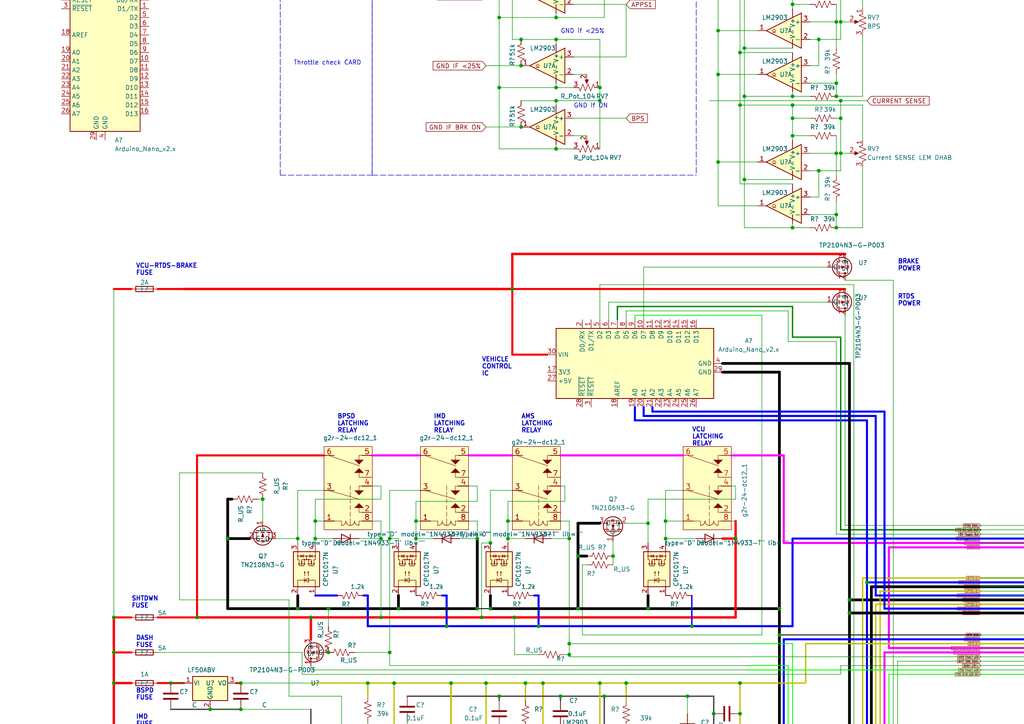
<source format=kicad_sch>
(kicad_sch (version 20211123) (generator eeschema)
  (paper "A4")
  (junction (at 91.44 156.21))
  (junction (at 167.64 176.53))
  (junction (at 143.51 -53.34))
  (junction (at 208.28 21.59))
  (junction (at 181.61 229.87))
  (junction (at 148.59 83.82))
  (junction (at 229.87 1.27))
  (junction (at 162.56 246.38))
  (junction (at 120.65 151.13))
  (junction (at 200.66 181.61))
  (junction (at 229.87 -74.93))
  (junction (at 49.53 198.12))
  (junction (at 33.02 266.7))
  (junction (at 242.57 -31.75))
  (junction (at 214.63 207.01))
  (junction (at 137.16 -53.34))
  (junction (at 193.04 156.21))
  (junction (at 165.1 189.865))
  (junction (at 246.38 177.8))
  (junction (at 114.3 -44.45))
  (junction (at 173.99 29.21))
  (junction (at 199.39 214.63))
  (junction (at 242.57 62.23))
  (junction (at 33.02 212.09))
  (junction (at 215.9 -10.16))
  (junction (at 147.32 156.21))
  (junction (at 110.49 179.07))
  (junction (at 226.06 269.24))
  (junction (at 115.57 176.53))
  (junction (at 66.04 156.21))
  (junction (at 208.28 46.99))
  (junction (at 45.72 251.46))
  (junction (at 149.86 -48.26))
  (junction (at 215.9 -46.99))
  (junction (at 229.87 -7.62))
  (junction (at 33.02 179.07))
  (junction (at 243.84 6.35))
  (junction (at 151.13 36.83))
  (junction (at 120.65 156.21))
  (junction (at 113.03 189.23))
  (junction (at 144.78 210.82))
  (junction (at 242.57 6.35))
  (junction (at 229.87 -48.26))
  (junction (at 165.1 186.69))
  (junction (at 152.4 243.84))
  (junction (at 187.96 151.765))
  (junction (at 251.46 168.91))
  (junction (at 140.97 198.12))
  (junction (at 167.64 -50.8))
  (junction (at 226.06 184.15))
  (junction (at 162.56 210.82))
  (junction (at 199.39 246.38))
  (junction (at 33.02 226.06))
  (junction (at 242.57 -69.85))
  (junction (at 33.02 264.16))
  (junction (at 229.87 66.04))
  (junction (at 215.9 27.94))
  (junction (at 118.11 243.84))
  (junction (at 199.39 229.87))
  (junction (at 243.84 -31.75))
  (junction (at 250.19 -66.04))
  (junction (at 242.57 27.94))
  (junction (at 161.29 29.21))
  (junction (at 161.29 5.08))
  (junction (at 86.36 156.21))
  (junction (at 165.1 156.21))
  (junction (at 95.25 176.53))
  (junction (at 142.24 176.53))
  (junction (at 237.49 -64.77))
  (junction (at 242.57 24.13))
  (junction (at 243.84 34.29))
  (junction (at 86.36 176.53))
  (junction (at 229.87 -3.81))
  (junction (at 173.99 198.12))
  (junction (at 242.57 66.04))
  (junction (at 62.23 -45.72))
  (junction (at 129.54 -43.18))
  (junction (at 160.02 -66.04))
  (junction (at 186.69 243.84))
  (junction (at 151.13 11.43))
  (junction (at 161.29 11.43))
  (junction (at 33.02 251.46))
  (junction (at 226.06 224.79))
  (junction (at 69.85 198.12))
  (junction (at 229.87 27.94))
  (junction (at 166.37 -45.72))
  (junction (at 187.96 176.53))
  (junction (at 173.99 246.38))
  (junction (at 243.84 -3.81))
  (junction (at 243.84 -40.64))
  (junction (at 226.06 267.97))
  (junction (at 243.84 -45.72))
  (junction (at 242.57 -10.16))
  (junction (at 161.29 -7.62))
  (junction (at 106.68 198.12))
  (junction (at 173.99 25.4))
  (junction (at 229.87 39.37))
  (junction (at 160.02 -40.64))
  (junction (at 129.54 -44.45))
  (junction (at 214.63 -83.82))
  (junction (at 144.78 25.4))
  (junction (at 229.87 -35.56))
  (junction (at 237.49 11.43))
  (junction (at 138.43 176.53))
  (junction (at 242.57 44.45))
  (junction (at 130.81 224.79))
  (junction (at 118.11 210.82))
  (junction (at 137.16 -48.26))
  (junction (at 237.49 -26.67))
  (junction (at 152.4 198.12))
  (junction (at 246.38 173.99))
  (junction (at 214.63 -22.86))
  (junction (at 91.44 151.13))
  (junction (at 175.26 243.84))
  (junction (at 243.84 29.21))
  (junction (at 243.84 -80.01))
  (junction (at 215.9 -48.26))
  (junction (at 229.87 -40.64))
  (junction (at 130.81 246.38))
  (junction (at 229.87 34.29))
  (junction (at 129.54 181.61))
  (junction (at 147.32 151.13))
  (junction (at 243.84 -8.89))
  (junction (at 33.02 189.23))
  (junction (at 162.56 201.93))
  (junction (at 151.13 19.05))
  (junction (at 207.01 224.79))
  (junction (at 57.15 179.07))
  (junction (at 214.63 198.12))
  (junction (at 69.85 205.74))
  (junction (at 33.02 198.12))
  (junction (at 181.61 243.84))
  (junction (at 193.04 151.13))
  (junction (at 60.96 205.74))
  (junction (at 130.81 198.12))
  (junction (at 208.28 8.89))
  (junction (at 118.11 246.38))
  (junction (at 119.38 -50.8))
  (junction (at 167.64 161.29))
  (junction (at 35.56 -43.18))
  (junction (at 110.49 156.21))
  (junction (at 243.84 -69.85))
  (junction (at 250.19 -73.66))
  (junction (at 215.9 -62.23))
  (junction (at 214.63 15.24))
  (junction (at 199.39 201.93))
  (junction (at 229.87 -44.45))
  (junction (at 214.63 30.48))
  (junction (at 226.06 176.53))
  (junction (at 214.63 -60.96))
  (junction (at 152.4 232.41))
  (junction (at 208.28 -54.61))
  (junction (at 148.59 -7.62))
  (junction (at 142.24 157.48))
  (junction (at 139.7 179.07))
  (junction (at 149.225 179.07))
  (junction (at 144.78 201.93))
  (junction (at 95.25 189.23))
  (junction (at 237.49 49.53))
  (junction (at 106.68 210.82))
  (junction (at 208.28 -16.51))
  (junction (at 229.87 30.48))
  (junction (at 215.9 52.07))
  (junction (at 113.03 156.21))
  (junction (at 138.43 156.21))
  (junction (at 215.9 13.97))
  (junction (at 148.59 -62.23))
  (junction (at 242.57 -13.97))
  (junction (at 156.21 181.61))
  (junction (at 229.87 -80.01))
  (junction (at 214.63 -44.45))
  (junction (at 242.57 -52.07))
  (junction (at 114.3 198.12))
  (junction (at 152.4 217.17))
  (junction (at 175.26 201.93))
  (junction (at 229.87 -10.16))
  (junction (at 129.54 -25.4))
  (junction (at 144.78 5.08))
  (junction (at 213.36 156.21))
  (junction (at 215.9 -24.13))
  (junction (at 246.38 -69.85))
  (junction (at 90.17 179.07))
  (junction (at 157.48 198.12))
  (junction (at 207.01 207.01))
  (junction (at 76.2 144.78))
  (junction (at 48.26 -36.83))
  (junction (at 161.29 25.4))
  (junction (at 208.28 -67.31))
  (junction (at 181.61 214.63))
  (junction (at 144.78 246.38))
  (junction (at 214.63 -7.62))
  (junction (at 229.87 -83.82))
  (junction (at 208.28 -29.21))
  (junction (at 129.54 -58.42))
  (junction (at 129.54 -66.04))
  (junction (at 46.99 226.06))
  (junction (at 181.61 198.12))
  (junction (at 243.84 44.45))
  (junction (at 284.48 233.68))
  (junction (at 177.8 161.29))
  (junction (at 161.29 43.18))
  (no_connect (at 67.31 247.65))
  (no_connect (at 53.34 241.3))
  (no_connect (at 67.31 241.3))
  (wire (pts (xy 186.69 120.65) (xy 254 120.65)) (stroke (width 0.6) (color 0 0 255 1)))
  (wire (pts (xy 168.91 163.83) (xy 170.18 163.83)))
  (wire (pts (xy 110.49 156.21) (xy 104.14 156.21)))
  (wire (pts (xy 110.49 179.07) (xy 139.7 179.07)) (stroke (width 0.7) (color 255 0 0 1)))
  (wire (pts (xy 243.84 -31.75) (xy 246.38 -31.75)))
  (wire (pts (xy 214.63 198.12) (xy 214.63 207.01)) (stroke (width 0.4) (color 194 194 0 1)))
  (wire (pts (xy 48.26 -36.83) (xy 62.23 -36.83)))
  (wire (pts (xy 234.95 -31.75) (xy 242.57 -31.75)))
  (wire (pts (xy 60.96 205.74) (xy 69.85 205.74)))
  (wire (pts (xy 173.99 151.765) (xy 167.64 151.765)) (stroke (width 0.8) (color 0 0 0 1)))
  (wire (pts (xy 45.72 189.23) (xy 87.63 189.23)))
  (wire (pts (xy 237.49 11.43) (xy 234.95 11.43)))
  (wire (pts (xy 107.95 151.13) (xy 110.49 151.13)))
  (wire (pts (xy 161.29 5.08) (xy 161.29 3.81)))
  (wire (pts (xy 143.51 -58.42) (xy 143.51 -53.34)))
  (wire (pts (xy 242.57 44.45) (xy 242.57 50.8)))
  (wire (pts (xy 140.97 -1.27) (xy 151.13 -1.27)))
  (wire (pts (xy 77.47 255.27) (xy 288.29 255.27)) (stroke (width 0.6) (color 0 0 255 1)))
  (wire (pts (xy 106.68 181.61) (xy 129.54 181.61)) (stroke (width 0.6) (color 0 0 255 1)))
  (wire (pts (xy 243.84 11.43) (xy 243.84 6.35)))
  (wire (pts (xy 161.29 -7.62) (xy 166.37 -7.62)))
  (wire (pts (xy 58.42 264.16) (xy 58.42 265.43)))
  (wire (pts (xy 57.15 179.07) (xy 57.15 132.08)) (stroke (width 0.6) (color 255 0 0 1)))
  (wire (pts (xy 214.63 -22.86) (xy 214.63 -7.62)))
  (wire (pts (xy 30.48 -54.61) (xy 48.26 -54.61)))
  (wire (pts (xy 229.87 88.9) (xy 229.87 97.79)) (stroke (width 0.4) (color 0 132 0 1)))
  (wire (pts (xy 243.84 -26.67) (xy 243.84 -31.75)))
  (wire (pts (xy 173.99 29.21) (xy 173.99 43.18)))
  (wire (pts (xy 181.61 210.82) (xy 181.61 214.63)))
  (wire (pts (xy 86.36 172.72) (xy 86.36 176.53)) (stroke (width 0.8) (color 0 0 0 1)))
  (wire (pts (xy 60.96 205.74) (xy 69.85 205.74)) (stroke (width 0.4) (color 72 72 72 1)))
  (wire (pts (xy 52.07 173.99) (xy 83.82 173.99)))
  (wire (pts (xy 143.51 -53.34) (xy 143.51 -44.45)))
  (wire (pts (xy 199.39 237.49) (xy 199.39 246.38)) (stroke (width 0.4) (color 72 72 72 1)))
  (wire (pts (xy 66.04 176.53) (xy 86.36 176.53)) (stroke (width 0.8) (color 0 0 0 1)))
  (wire (pts (xy 247.65 82.55) (xy 247.65 236.22)))
  (wire (pts (xy 227.33 132.08) (xy 227.33 157.48)) (stroke (width 0.6) (color 255 0 255 1)))
  (wire (pts (xy 229.87 186.69) (xy 217.17 186.69)) (stroke (width 0.25) (color 0 255 0 1)))
  (wire (pts (xy 46.99 234.95) (xy 46.99 226.06)) (stroke (width 0.7) (color 255 0 0 1)))
  (wire (pts (xy 83.82 201.93) (xy 99.06 201.93)))
  (wire (pts (xy 148.59 -7.62) (xy 148.59 11.43)))
  (wire (pts (xy 214.63 15.24) (xy 229.87 15.24)))
  (wire (pts (xy 181.61 198.12) (xy 214.63 198.12)) (stroke (width 0.4) (color 194 194 0 1)))
  (wire (pts (xy 199.39 246.38) (xy 207.01 246.38)) (stroke (width 0.4) (color 72 72 72 1)))
  (wire (pts (xy 186.69 118.11) (xy 186.69 120.65)) (stroke (width 0.6) (color 0 0 255 1)))
  (wire (pts (xy 106.68 201.93) (xy 106.68 198.12)) (stroke (width 0.4) (color 194 194 0 1)))
  (wire (pts (xy 166.37 -55.88) (xy 166.37 -45.72)))
  (wire (pts (xy 166.37 39.37) (xy 170.18 39.37)))
  (wire (pts (xy 229.87 -48.26) (xy 234.95 -48.26)))
  (wire (pts (xy 130.81 246.38) (xy 144.78 246.38)) (stroke (width 0.4) (color 72 72 72 1)))
  (wire (pts (xy 165.1 190.5) (xy 165.1 189.865)))
  (wire (pts (xy 208.28 46.99) (xy 219.71 46.99)))
  (wire (pts (xy 229.87 -3.81) (xy 229.87 1.27)))
  (wire (pts (xy 234.95 -80.01) (xy 229.87 -80.01)) (stroke (width 0) (color 255 0 0 1)))
  (wire (pts (xy 250.19 -83.82) (xy 229.87 -83.82)) (stroke (width 0) (color 255 0 0 1)))
  (wire (pts (xy 123.19 229.87) (xy 128.27 229.87)))
  (wire (pts (xy 114.3 -44.45) (xy 129.54 -44.45)) (stroke (width 0) (color 0 0 0 1)))
  (wire (pts (xy 252.73 170.18) (xy 337.82 170.18)) (stroke (width 0.8) (color 0 0 0 1)))
  (wire (pts (xy 337.82 177.8) (xy 284.48 177.8)))
  (wire (pts (xy 110.49 156.21) (xy 110.49 179.07)))
  (wire (pts (xy 152.4 243.84) (xy 175.26 243.84)) (stroke (width 0.4) (color 194 194 0 1)))
  (wire (pts (xy 118.11 210.82) (xy 114.3 210.82)) (stroke (width 0.4) (color 194 194 0 1)))
  (wire (pts (xy 237.49 -26.67) (xy 237.49 -19.05)))
  (wire (pts (xy 215.9 -48.26) (xy 215.9 -46.99)))
  (wire (pts (xy 215.9 13.97) (xy 215.9 27.94)))
  (wire (pts (xy 115.57 172.72) (xy 115.57 176.53)) (stroke (width 0.8) (color 0 0 0 1)))
  (wire (pts (xy 208.28 8.89) (xy 208.28 21.59)))
  (wire (pts (xy 165.1 190.5) (xy 337.82 190.5)))
  (wire (pts (xy 242.57 -54.61) (xy 242.57 -52.07)))
  (polyline (pts (xy 87.63 -17.78) (xy 87.63 -86.36)))
  (wire (pts (xy 337.82 157.48) (xy 284.48 157.48)))
  (wire (pts (xy 257.81 231.14) (xy 284.48 231.14)) (stroke (width 0.25) (color 0 255 0 1)))
  (wire (pts (xy 90.17 205.74) (xy 90.17 246.38)) (stroke (width 0.4) (color 72 72 72 1)))
  (wire (pts (xy 259.08 81.28) (xy 259.08 229.87)))
  (wire (pts (xy 242.57 -74.93) (xy 242.57 -69.85)))
  (wire (pts (xy 86.36 142.24) (xy 86.36 156.21)))
  (wire (pts (xy 147.32 145.415) (xy 147.32 151.13)))
  (wire (pts (xy 33.02 226.06) (xy 33.02 251.46)) (stroke (width 0.7) (color 255 0 0 1)))
  (wire (pts (xy 69.85 198.12) (xy 68.58 198.12)) (stroke (width 0.6) (color 255 0 0 1)))
  (wire (pts (xy 243.84 -3.81) (xy 243.84 6.35)))
  (wire (pts (xy 143.51 -43.18) (xy 143.51 -25.4)) (stroke (width 0) (color 255 0 0 1)))
  (wire (pts (xy 118.11 243.84) (xy 120.65 243.84)))
  (wire (pts (xy 245.11 91.44) (xy 245.11 152.4)))
  (wire (pts (xy 33.02 83.82) (xy 38.1 83.82)) (stroke (width 0.6) (color 255 0 0 1)))
  (wire (pts (xy 189.23 119.38) (xy 256.54 119.38)) (stroke (width 0.6) (color 0 0 255 1)))
  (wire (pts (xy 208.28 21.59) (xy 208.28 46.99)))
  (wire (pts (xy 243.84 -64.77) (xy 243.84 -69.85)) (stroke (width 0) (color 0 0 255 1)))
  (wire (pts (xy 181.61 237.49) (xy 181.61 243.84)) (stroke (width 0.4) (color 194 194 0 1)))
  (wire (pts (xy 151.13 11.43) (xy 161.29 11.43)))
  (wire (pts (xy 165.1 156.21) (xy 165.1 151.13)))
  (wire (pts (xy 106.68 198.12) (xy 114.3 198.12)) (stroke (width 0.4) (color 194 194 0 1)))
  (wire (pts (xy 45.72 266.7) (xy 284.48 266.7)) (stroke (width 0.7) (color 255 0 0 1)))
  (wire (pts (xy 161.29 11.43) (xy 161.29 12.7)))
  (wire (pts (xy 163.83 189.865) (xy 165.1 189.865)))
  (wire (pts (xy 135.89 132.08) (xy 148.59 132.08)) (stroke (width 0.6) (color 255 0 255 1)))
  (wire (pts (xy 234.95 44.45) (xy 242.57 44.45)))
  (wire (pts (xy 97.79 172.72) (xy 91.44 172.72)) (stroke (width 0.6) (color 0 0 255 1)))
  (wire (pts (xy 234.95 -69.85) (xy 242.57 -69.85)))
  (wire (pts (xy 243.84 -8.89) (xy 262.89 -8.89)))
  (wire (pts (xy 208.28 -16.51) (xy 208.28 8.89)))
  (wire (pts (xy 250.19 30.48) (xy 229.87 30.48)))
  (wire (pts (xy 166.37 -45.72) (xy 165.1 -45.72)))
  (wire (pts (xy 181.61 214.63) (xy 199.39 214.63)) (stroke (width 0.6) (color 0 0 255 1)))
  (wire (pts (xy 152.4 198.12) (xy 157.48 198.12)) (stroke (width 0.4) (color 194 194 0 1)))
  (wire (pts (xy 234.95 -57.15) (xy 237.49 -57.15)) (stroke (width 0) (color 0 0 255 1)))
  (wire (pts (xy 215.9 52.07) (xy 215.9 66.04)))
  (wire (pts (xy 212.09 132.08) (xy 227.33 132.08)) (stroke (width 0.6) (color 255 0 255 1)))
  (wire (pts (xy 167.64 161.29) (xy 170.18 161.29)) (stroke (width 0.8) (color 0 0 0 1)))
  (wire (pts (xy 148.59 11.43) (xy 151.13 11.43)))
  (wire (pts (xy 129.54 -45.72) (xy 129.54 -44.45)))
  (polyline (pts (xy 8.89 -86.36) (xy 87.63 -86.36)))
  (wire (pts (xy 151.13 29.21) (xy 161.29 29.21)))
  (wire (pts (xy 208.28 -29.21) (xy 208.28 -54.61)))
  (wire (pts (xy 179.07 88.9) (xy 229.87 88.9)) (stroke (width 0.4) (color 0 132 0 1)))
  (wire (pts (xy 243.84 -45.72) (xy 243.84 -40.64)))
  (wire (pts (xy 167.64 -50.8) (xy 167.64 -40.64)))
  (wire (pts (xy 250.19 -10.16) (xy 250.19 -27.94)))
  (wire (pts (xy 250.19 66.04) (xy 250.19 48.26)))
  (wire (pts (xy 102.87 189.23) (xy 113.03 189.23)))
  (wire (pts (xy 184.15 118.11) (xy 184.15 121.92)) (stroke (width 0.6) (color 0 0 255 1)))
  (wire (pts (xy 161.29 25.4) (xy 161.29 24.13)))
  (wire (pts (xy 134.62 -35.56) (xy 137.16 -35.56)))
  (wire (pts (xy 106.68 172.72) (xy 106.68 181.61)) (stroke (width 0.6) (color 0 0 255 1)))
  (polyline (pts (xy 81.28 50.8) (xy 81.28 -17.78)))
  (wire (pts (xy 214.63 -22.86) (xy 229.87 -22.86)))
  (wire (pts (xy 229.87 34.29) (xy 229.87 39.37)))
  (wire (pts (xy 256.54 119.38) (xy 256.54 176.53)) (stroke (width 0.6) (color 0 0 255 1)))
  (wire (pts (xy 242.57 -17.78) (xy 242.57 -13.97)))
  (wire (pts (xy 205.74 29.21) (xy 243.84 29.21)))
  (wire (pts (xy 175.26 231.14) (xy 175.26 243.84)) (stroke (width 0.4) (color 194 194 0 1)))
  (wire (pts (xy 144.78 246.38) (xy 162.56 246.38)) (stroke (width 0.4) (color 72 72 72 1)))
  (wire (pts (xy 107.95 132.08) (xy 121.92 132.08)) (stroke (width 0.6) (color 255 0 255 1)))
  (wire (pts (xy 76.2 144.78) (xy 74.93 144.78)))
  (wire (pts (xy 167.64 214.63) (xy 181.61 214.63)) (stroke (width 0.6) (color 0 0 255 1)))
  (wire (pts (xy 250.19 -66.04) (xy 250.19 -46.99)))
  (wire (pts (xy 181.61 198.12) (xy 181.61 203.2)) (stroke (width 0.4) (color 194 194 0 1)))
  (wire (pts (xy 229.87 30.48) (xy 214.63 30.48)))
  (wire (pts (xy 243.84 -40.64) (xy 243.84 -31.75)))
  (wire (pts (xy 148.59 73.66) (xy 148.59 83.82)) (stroke (width 0.7) (color 255 0 0 1)))
  (wire (pts (xy 167.64 176.53) (xy 187.96 176.53)) (stroke (width 0.8) (color 0 0 0 1)))
  (wire (pts (xy 250.19 -35.56) (xy 250.19 -44.45)))
  (wire (pts (xy 128.27 172.72) (xy 129.54 172.72)) (stroke (width 0.6) (color 0 0 255 1)))
  (wire (pts (xy 57.15 132.08) (xy 93.98 132.08)) (stroke (width 0.6) (color 255 0 0 1)))
  (wire (pts (xy 156.21 172.72) (xy 156.21 181.61)) (stroke (width 0.6) (color 0 0 255 1)))
  (wire (pts (xy 163.83 140.97) (xy 163.83 145.415)))
  (wire (pts (xy 149.86 -48.26) (xy 149.86 -55.88)))
  (wire (pts (xy 207.01 224.79) (xy 207.01 246.38)) (stroke (width 0.8) (color 0 0 0 1)))
  (wire (pts (xy 157.48 210.82) (xy 157.48 198.12)) (stroke (width 0.4) (color 194 194 0 1)))
  (wire (pts (xy 116.84 -66.04) (xy 129.54 -66.04)))
  (wire (pts (xy 130.81 198.12) (xy 140.97 198.12)) (stroke (width 0.4) (color 194 194 0 1)))
  (wire (pts (xy 246.38 173.99) (xy 341.63 173.99)) (stroke (width 0.8) (color 0 0 0 1)))
  (wire (pts (xy 123.19 224.79) (xy 124.46 224.79)))
  (wire (pts (xy 165.1 186.69) (xy 217.17 186.69)))
  (wire (pts (xy 67.31 232.41) (xy 73.66 232.41)) (stroke (width 0.7) (color 255 0 0 1)))
  (wire (pts (xy 243.84 34.29) (xy 243.84 44.45)))
  (wire (pts (xy 166.37 -3.81) (xy 170.18 -3.81)))
  (wire (pts (xy 129.54 -44.45) (xy 143.51 -44.45)) (stroke (width 0) (color 0 0 0 1)))
  (wire (pts (xy 161.29 5.08) (xy 144.78 5.08)))
  (wire (pts (xy 167.64 -50.8) (xy 170.18 -50.8)))
  (wire (pts (xy 152.4 198.12) (xy 152.4 203.2)) (stroke (width 0.4) (color 194 194 0 1)))
  (wire (pts (xy 257.81 158.75) (xy 341.63 158.75)) (stroke (width 0.6) (color 255 0 255 1)))
  (wire (pts (xy 115.57 156.21) (xy 115.57 157.48)))
  (polyline (pts (xy 81.28 50.8) (xy 107.95 50.8)))
  (wire (pts (xy 173.99 223.52) (xy 175.26 223.52)) (stroke (width 0.4) (color 72 72 72 1)))
  (wire (pts (xy 199.39 201.93) (xy 199.39 207.01)))
  (wire (pts (xy 237.49 -26.67) (xy 234.95 -26.67)))
  (wire (pts (xy 341.63 191.77) (xy 260.35 191.77)))
  (wire (pts (xy 181.61 151.765) (xy 187.96 151.765)))
  (wire (pts (xy 91.44 144.78) (xy 110.49 144.78)))
  (wire (pts (xy 215.9 -62.23) (xy 229.87 -62.23)) (stroke (width 0) (color 0 0 0 1)))
  (wire (pts (xy 209.55 107.95) (xy 226.06 107.95)) (stroke (width 0.8) (color 0 0 0 1)))
  (wire (pts (xy 93.98 151.13) (xy 91.44 151.13)))
  (wire (pts (xy 165.1 186.69) (xy 165.1 189.865)))
  (wire (pts (xy 219.71 59.69) (xy 208.28 59.69)))
  (wire (pts (xy 114.3 -62.23) (xy 148.59 -62.23)))
  (wire (pts (xy 229.87 247.65) (xy 288.29 247.65)))
  (wire (pts (xy 121.92 142.24) (xy 113.03 142.24)))
  (wire (pts (xy 242.57 99.06) (xy 242.57 154.94)))
  (wire (pts (xy 137.16 -53.34) (xy 134.62 -53.34)))
  (wire (pts (xy 234.95 57.15) (xy 237.49 57.15)))
  (wire (pts (xy 66.04 144.78) (xy 66.04 156.21)) (stroke (width 0.8) (color 0 0 0 1)))
  (wire (pts (xy 233.68 186.69) (xy 341.63 186.69)) (stroke (width 0.4) (color 194 194 0 1)))
  (wire (pts (xy 33.02 212.09) (xy 38.1 212.09)) (stroke (width 0.6) (color 255 0 0 1)))
  (wire (pts (xy 138.43 140.97) (xy 138.43 145.415)))
  (wire (pts (xy 144.78 5.08) (xy 144.78 -3.81)))
  (wire (pts (xy 337.82 185.42) (xy 284.48 185.42)))
  (wire (pts (xy 247.65 236.22) (xy 284.48 236.22)))
  (wire (pts (xy 53.34 198.12) (xy 49.53 198.12)) (stroke (width 0.6) (color 255 0 0 1)))
  (wire (pts (xy 187.96 176.53) (xy 226.06 176.53)) (stroke (width 0.8) (color 0 0 0 1)))
  (wire (pts (xy 337.82 167.64) (xy 284.48 167.64)))
  (wire (pts (xy 173.99 238.76) (xy 173.99 246.38)) (stroke (width 0.4) (color 72 72 72 1)))
  (wire (pts (xy 176.53 87.63) (xy 176.53 92.71)))
  (wire (pts (xy 187.96 151.765) (xy 187.96 144.78)))
  (wire (pts (xy 226.06 269.24) (xy 284.48 269.24)) (stroke (width 0.8) (color 0 0 0 1)))
  (wire (pts (xy 243.84 29.21) (xy 243.84 34.29)))
  (wire (pts (xy 215.9 -62.23) (xy 215.9 -48.26)) (stroke (width 0) (color 0 0 0 1)))
  (wire (pts (xy 250.19 40.64) (xy 250.19 30.48)))
  (wire (pts (xy 226.06 224.79) (xy 226.06 267.97)) (stroke (width 0.8) (color 0 0 0 1)))
  (wire (pts (xy 228.6 193.04) (xy 228.6 248.92)) (stroke (width 0.25) (color 0 255 0 1)))
  (wire (pts (xy 140.97 -7.62) (xy 148.59 -7.62)))
  (wire (pts (xy 86.36 156.21) (xy 86.36 157.48)))
  (wire (pts (xy 237.49 11.43) (xy 237.49 19.05)))
  (wire (pts (xy 173.99 29.21) (xy 161.29 29.21)))
  (wire (pts (xy 58.42 265.43) (xy 288.29 265.43)) (stroke (width 0.7) (color 255 0 0 1)))
  (wire (pts (xy 200.66 181.61) (xy 229.87 181.61)) (stroke (width 0.6) (color 0 0 255 1)))
  (wire (pts (xy 242.57 1.27) (xy 242.57 6.35)))
  (wire (pts (xy 91.44 156.21) (xy 91.44 157.48)))
  (wire (pts (xy 242.57 27.94) (xy 250.19 27.94)))
  (wire (pts (xy 113.03 156.21) (xy 113.03 189.23)))
  (wire (pts (xy 212.09 140.97) (xy 213.36 140.97)))
  (wire (pts (xy 173.99 25.4) (xy 173.99 29.21)))
  (wire (pts (xy 167.64 234.95) (xy 170.18 234.95)))
  (wire (pts (xy 242.57 6.35) (xy 242.57 13.97)))
  (wire (pts (xy 229.87 -7.62) (xy 229.87 -3.81)))
  (wire (pts (xy 193.04 151.13) (xy 198.12 151.13)))
  (wire (pts (xy 254 172.72) (xy 337.82 172.72)) (stroke (width 0.6) (color 0 0 255 1)))
  (wire (pts (xy 149.86 -55.88) (xy 151.13 -55.88)))
  (wire (pts (xy 229.87 156.21) (xy 341.63 156.21)) (stroke (width 0.6) (color 0 0 255 1)))
  (wire (pts (xy 257.81 195.58) (xy 257.81 231.14)) (stroke (width 0.25) (color 0 255 0 1)))
  (wire (pts (xy 45.72 264.16) (xy 58.42 264.16)) (stroke (width 0.7) (color 255 0 0 1)))
  (wire (pts (xy 129.54 -39.37) (xy 129.54 -43.18)) (stroke (width 0) (color 255 0 0 1)))
  (wire (pts (xy 90.17 194.31) (xy 90.17 193.04)))
  (wire (pts (xy 220.98 184.15) (xy 220.98 91.44)))
  (wire (pts (xy 106.68 210.82) (xy 106.68 227.33)))
  (wire (pts (xy 234.95 -40.64) (xy 229.87 -40.64)))
  (wire (pts (xy 157.48 198.12) (xy 173.99 198.12)) (stroke (width 0.4) (color 194 194 0 1)))
  (wire (pts (xy 213.36 156.21) (xy 213.36 151.13)) (stroke (width 0.7) (color 255 0 0 1)))
  (wire (pts (xy 229.87 -44.45) (xy 229.87 -40.64)))
  (wire (pts (xy 229.87 -83.82) (xy 214.63 -83.82)) (stroke (width 0) (color 255 0 0 1)))
  (wire (pts (xy 245.11 81.28) (xy 259.08 81.28)))
  (wire (pts (xy 162.56 224.79) (xy 207.01 224.79)) (stroke (width 0.4) (color 72 72 72 1)))
  (wire (pts (xy 284.48 171.45) (xy 341.63 171.45)))
  (wire (pts (xy 66.04 156.21) (xy 72.39 156.21)) (stroke (width 0.8) (color 0 0 0 1)))
  (wire (pts (xy 242.57 -35.56) (xy 242.57 -31.75)))
  (wire (pts (xy 199.39 201.93) (xy 175.26 201.93)) (stroke (width 0.4) (color 72 72 72 1)))
  (wire (pts (xy 284.48 233.68) (xy 288.29 233.68)))
  (wire (pts (xy 184.15 121.92) (xy 251.46 121.92)) (stroke (width 0.6) (color 0 0 255 1)))
  (wire (pts (xy 193.04 156.21) (xy 193.04 157.48)))
  (wire (pts (xy 234.95 6.35) (xy 242.57 6.35)))
  (wire (pts (xy 133.35 156.21) (xy 138.43 156.21)))
  (wire (pts (xy 140.97 210.82) (xy 140.97 198.12)) (stroke (width 0.4) (color 194 194 0 1)))
  (wire (pts (xy 161.29 29.21) (xy 161.29 30.48)))
  (wire (pts (xy 226.06 267.97) (xy 284.48 267.97)) (stroke (width 0.25) (color 0 0 0 1)))
  (wire (pts (xy 137.16 -48.26) (xy 149.86 -48.26)))
  (wire (pts (xy 35.56 -43.18) (xy 38.1 -43.18)))
  (wire (pts (xy 67.31 234.95) (xy 77.47 234.95)) (stroke (width 0.6) (color 0 0 255 1)))
  (wire (pts (xy 167.64 229.87) (xy 181.61 229.87)) (stroke (width 0.6) (color 0 0 255 1)))
  (wire (pts (xy 45.72 260.35) (xy 45.72 251.46)) (stroke (width 0.7) (color 255 0 0 1)))
  (wire (pts (xy 129.54 -58.42) (xy 133.35 -58.42)))
  (wire (pts (xy 252.73 240.03) (xy 288.29 240.03)) (stroke (width 0.8) (color 0 0 0 1)))
  (wire (pts (xy 251.46 168.91) (xy 251.46 241.3)) (stroke (width 0.6) (color 0 0 255 1)))
  (wire (pts (xy 144.78 43.18) (xy 161.29 43.18)))
  (wire (pts (xy 149.225 179.07) (xy 213.36 179.07)) (stroke (width 0.7) (color 255 0 0 1)))
  (wire (pts (xy 67.31 257.81) (xy 69.85 257.81)) (stroke (width 0.7) (color 255 0 0 1)))
  (wire (pts (xy 180.34 -45.72) (xy 177.8 -45.72)) (stroke (width 0) (color 0 0 255 1)))
  (wire (pts (xy 148.59 -7.62) (xy 161.29 -7.62)))
  (wire (pts (xy 138.43 151.13) (xy 135.89 151.13)))
  (wire (pts (xy 144.78 201.93) (xy 144.78 203.2)) (stroke (width 0.4) (color 72 72 72 1)))
  (wire (pts (xy 229.87 1.27) (xy 229.87 2.54)))
  (wire (pts (xy 167.64 219.71) (xy 170.18 219.71)))
  (wire (pts (xy 337.82 170.18) (xy 284.48 170.18)))
  (wire (pts (xy 30.48 -43.18) (xy 35.56 -43.18)))
  (wire (pts (xy 175.26 223.52) (xy 175.26 201.93)) (stroke (width 0.4) (color 72 72 72 1)))
  (wire (pts (xy 160.02 -66.04) (xy 180.34 -66.04)))
  (wire (pts (xy 158.75 -55.88) (xy 166.37 -55.88)))
  (wire (pts (xy 187.96 172.72) (xy 187.96 176.53)) (stroke (width 0.8) (color 0 0 0 1)))
  (wire (pts (xy 215.9 -48.26) (xy 229.87 -48.26)) (stroke (width 0) (color 0 0 0 1)))
  (wire (pts (xy 99.06 201.93) (xy 99.06 210.82)))
  (wire (pts (xy 35.56 -43.18) (xy 35.56 -50.8)))
  (wire (pts (xy 148.59 83.82) (xy 245.11 83.82)) (stroke (width 0.6) (color 255 0 0 1)))
  (wire (pts (xy 87.63 189.23) (xy 87.63 195.58)))
  (wire (pts (xy 234.95 -52.07) (xy 242.57 -52.07)))
  (wire (pts (xy 229.87 30.48) (xy 229.87 34.29)))
  (wire (pts (xy 234.95 -3.81) (xy 229.87 -3.81)))
  (wire (pts (xy 284.48 267.97) (xy 288.29 267.97)))
  (wire (pts (xy 162.56 132.08) (xy 198.12 132.08)) (stroke (width 0.6) (color 255 0 255 1)))
  (wire (pts (xy 250.19 -66.04) (xy 255.27 -66.04)))
  (wire (pts (xy 147.32 151.13) (xy 148.59 151.13)))
  (wire (pts (xy 228.6 193.04) (xy 217.17 193.04)) (stroke (width 0.25) (color 0 255 0 1)))
  (wire (pts (xy 152.4 217.17) (xy 152.4 223.52)))
  (wire (pts (xy 54.61 -40.64) (xy 54.61 -50.8)))
  (wire (pts (xy 214.63 207.01) (xy 214.63 243.84)) (stroke (width 0.4) (color 194 194 0 1)))
  (wire (pts (xy 250.19 167.64) (xy 337.82 167.64)) (stroke (width 0.4) (color 194 194 0 1)))
  (wire (pts (xy 227.33 185.42) (xy 337.82 185.42)) (stroke (width 0.6) (color 0 0 255 1)))
  (wire (pts (xy 181.61 92.71) (xy 181.61 90.17)))
  (wire (pts (xy 256.54 189.23) (xy 341.63 189.23)) (stroke (width 0.6) (color 255 0 255 1)))
  (wire (pts (xy 147.32 151.13) (xy 147.32 156.21)))
  (wire (pts (xy 226.06 176.53) (xy 226.06 184.15)) (stroke (width 0.8) (color 0 0 0 1)))
  (polyline (pts (xy 107.95 -17.78) (xy 201.93 -17.78)))
  (wire (pts (xy 91.44 151.13) (xy 91.44 156.21)))
  (wire (pts (xy 138.43 176.53) (xy 142.24 176.53)) (stroke (width 0.25) (color 0 0 0 1)))
  (wire (pts (xy 162.56 237.49) (xy 162.56 246.38)) (stroke (width 0.4) (color 72 72 72 1)))
  (wire (pts (xy 118.11 246.38) (xy 130.81 246.38)) (stroke (width 0.4) (color 72 72 72 1)))
  (wire (pts (xy 229.87 -40.64) (xy 229.87 -35.56)))
  (wire (pts (xy 200.66 172.72) (xy 200.66 181.61)) (stroke (width 0.4) (color 0 0 255 1)))
  (wire (pts (xy 193.04 156.21) (xy 201.93 156.21)))
  (wire (pts (xy 140.97 19.05) (xy 151.13 19.05)))
  (wire (pts (xy 215.9 -24.13) (xy 229.87 -24.13)))
  (wire (pts (xy 214.63 -83.82) (xy 214.63 -60.96)))
  (wire (pts (xy 161.29 43.18) (xy 161.29 41.91)))
  (wire (pts (xy 208.28 8.89) (xy 219.71 8.89)))
  (wire (pts (xy 234.95 39.37) (xy 229.87 39.37)))
  (wire (pts (xy 148.59 -62.23) (xy 180.34 -62.23)) (stroke (width 0) (color 0 0 0 1)))
  (wire (pts (xy 227.33 229.87) (xy 227.33 250.19)) (stroke (width 0.6) (color 0 0 255 1)))
  (wire (pts (xy 179.07 92.71) (xy 179.07 88.9)) (stroke (width 0.4) (color 0 132 0 1)))
  (wire (pts (xy 149.225 189.865) (xy 156.21 189.865)))
  (wire (pts (xy 130.81 198.12) (xy 130.81 213.36)) (stroke (width 0.5) (color 194 194 0 1)))
  (wire (pts (xy 229.87 27.94) (xy 234.95 27.94)))
  (wire (pts (xy 257.81 158.75) (xy 257.81 187.96)) (stroke (width 0.6) (color 255 0 255 1)))
  (wire (pts (xy 246.38 -69.85) (xy 255.27 -69.85)))
  (wire (pts (xy 257.81 195.58) (xy 337.82 195.58)) (stroke (width 0.25) (color 0 255 0 1)))
  (wire (pts (xy 144.78 -3.81) (xy 140.97 -3.81)) (stroke (width 0) (color 0 0 0 1)))
  (wire (pts (xy 114.3 210.82) (xy 114.3 198.12)) (stroke (width 0.4) (color 194 194 0 1)))
  (wire (pts (xy 53.34 83.82) (xy 148.59 83.82)) (stroke (width 0.7) (color 255 0 0 1)))
  (wire (pts (xy 166.37 1.27) (xy 181.61 1.27)))
  (wire (pts (xy 234.95 -35.56) (xy 229.87 -35.56)))
  (polyline (pts (xy 8.89 -17.78) (xy 8.89 -86.36)))
  (wire (pts (xy 227.33 157.48) (xy 337.82 157.48)) (stroke (width 0.6) (color 255 0 255 1)))
  (wire (pts (xy 207.01 224.79) (xy 226.06 224.79)) (stroke (width 0.4) (color 72 72 72 1)))
  (wire (pts (xy 207.01 201.93) (xy 199.39 201.93)) (stroke (width 0.4) (color 72 72 72 1)))
  (wire (pts (xy 33.02 189.23) (xy 33.02 198.12)) (stroke (width 0.7) (color 255 0 0 1)))
  (wire (pts (xy 144.78 25.4) (xy 161.29 25.4)))
  (wire (pts (xy 284.48 262.89) (xy 288.29 262.89)))
  (polyline (pts (xy 107.95 -17.78) (xy 107.95 -69.85)))
  (wire (pts (xy 214.63 198.12) (xy 233.68 198.12)) (stroke (width 0.4) (color 194 194 0 1)))
  (wire (pts (xy 254 242.57) (xy 254 175.26)) (stroke (width 0.4) (color 194 194 0 1)))
  (wire (pts (xy 120.65 156.21) (xy 125.73 156.21)))
  (wire (pts (xy 162.56 140.97) (xy 163.83 140.97)))
  (wire (pts (xy 193.04 142.24) (xy 193.04 151.13)))
  (wire (pts (xy 242.57 -10.16) (xy 250.19 -10.16)))
  (wire (pts (xy 67.31 144.78) (xy 66.04 144.78)) (stroke (width 0.8) (color 0 0 0 1)))
  (wire (pts (xy 67.31 260.35) (xy 77.47 260.35)) (stroke (width 0.6) (color 0 0 255 1)))
  (wire (pts (xy 214.63 -22.86) (xy 214.63 -44.45)))
  (wire (pts (xy 229.87 156.21) (xy 229.87 181.61)) (stroke (width 0.6) (color 0 0 255 1)))
  (wire (pts (xy 226.06 270.51) (xy 288.29 270.51)) (stroke (width 0.8) (color 0 0 0 1)))
  (wire (pts (xy 242.57 24.13) (xy 242.57 27.94)))
  (wire (pts (xy 229.87 26.67) (xy 229.87 27.94)))
  (wire (pts (xy 243.84 -80.01) (xy 243.84 -86.36)) (stroke (width 0) (color 0 0 255 1)))
  (wire (pts (xy 177.8 -50.8) (xy 180.34 -50.8)) (stroke (width 0) (color 0 0 255 1)))
  (wire (pts (xy 234.95 -74.93) (xy 229.87 -74.93)) (stroke (width 0) (color 255 0 0 1)))
  (wire (pts (xy 251.46 168.91) (xy 341.63 168.91)) (stroke (width 0.6) (color 0 0 255 1)))
  (wire (pts (xy 162.56 246.38) (xy 173.99 246.38)) (stroke (width 0.4) (color 72 72 72 1)))
  (wire (pts (xy 207.01 224.79) (xy 207.01 222.25)))
  (wire (pts (xy 189.23 118.11) (xy 189.23 119.38)) (stroke (width 0.6) (color 0 0 255 1)))
  (wire (pts (xy 144.78 227.33) (xy 144.78 246.38)) (stroke (width 0.4) (color 72 72 72 1)))
  (wire (pts (xy 186.69 226.06) (xy 186.69 243.84)) (stroke (width 0.4) (color 194 194 0 1)))
  (wire (pts (xy 173.99 198.12) (xy 173.99 215.9)) (stroke (width 0.4) (color 194 194 0 1)))
  (wire (pts (xy 243.84 -45.72) (xy 259.08 -45.72)))
  (wire (pts (xy 116.84 -43.18) (xy 116.84 -66.04)) (stroke (width 0) (color 255 0 0 1)))
  (wire (pts (xy 33.02 179.07) (xy 33.02 189.23)) (stroke (width 0.7) (color 255 0 0 1)))
  (wire (pts (xy 208.28 -54.61) (xy 208.28 -67.31)))
  (wire (pts (xy 128.27 229.87) (xy 128.27 224.79)))
  (wire (pts (xy 129.54 -25.4) (xy 133.35 -25.4)) (stroke (width 0) (color 0 0 0 1)))
  (wire (pts (xy 242.57 -13.97) (xy 242.57 -10.16)))
  (wire (pts (xy 45.72 83.82) (xy 53.34 83.82)) (stroke (width 0.6) (color 255 0 0 1)))
  (wire (pts (xy 229.87 -74.93) (xy 229.87 -73.66)) (stroke (width 0) (color 255 0 0 1)))
  (wire (pts (xy 135.89 140.97) (xy 138.43 140.97)))
  (wire (pts (xy 242.57 -80.01) (xy 243.84 -80.01)))
  (wire (pts (xy 229.87 -44.45) (xy 214.63 -44.45)))
  (wire (pts (xy 165.1 151.13) (xy 162.56 151.13)))
  (wire (pts (xy 137.16 -29.21) (xy 137.16 -30.48)))
  (wire (pts (xy 33.02 212.09) (xy 33.02 226.06)) (stroke (width 0.7) (color 255 0 0 1)))
  (wire (pts (xy 208.28 21.59) (xy 219.71 21.59)))
  (wire (pts (xy 243.84 49.53) (xy 243.84 44.45)))
  (wire (pts (xy 250.19 27.94) (xy 250.19 10.16)))
  (wire (pts (xy 242.57 21.59) (xy 242.57 24.13)))
  (wire (pts (xy 234.95 62.23) (xy 242.57 62.23)))
  (wire (pts (xy 69.85 257.81) (xy 69.85 264.16)) (stroke (width 0.7) (color 255 0 0 1)))
  (wire (pts (xy 176.53 87.63) (xy 240.03 87.63)))
  (wire (pts (xy 337.82 175.26) (xy 284.48 175.26)))
  (wire (pts (xy 205.74 -8.89) (xy 243.84 -8.89)))
  (wire (pts (xy 162.56 222.25) (xy 162.56 224.79)) (stroke (width 0.25) (color 0 0 0 1)))
  (wire (pts (xy 284.48 194.31) (xy 341.63 194.31)))
  (wire (pts (xy 214.63 30.48) (xy 214.63 53.34)))
  (wire (pts (xy 229.87 -80.01) (xy 229.87 -74.93)) (stroke (width 0) (color 255 0 0 1)))
  (wire (pts (xy 215.9 13.97) (xy 229.87 13.97)))
  (wire (pts (xy 246.38 177.8) (xy 246.38 238.76)) (stroke (width 0.8) (color 0 0 0 1)))
  (wire (pts (xy 184.15 91.44) (xy 220.98 91.44)) (stroke (width 0.25) (color 0 255 0 1)))
  (wire (pts (xy 95.25 176.53) (xy 95.25 181.61)))
  (wire (pts (xy 33.02 226.06) (xy 38.1 226.06)) (stroke (width 0.7) (color 255 0 0 1)))
  (wire (pts (xy 148.59 142.24) (xy 142.24 142.24)))
  (wire (pts (xy 208.28 -54.61) (xy 219.71 -54.61)))
  (wire (pts (xy 173.99 -7.62) (xy 175.26 -7.62)))
  (wire (pts (xy 161.29 43.18) (xy 166.37 43.18)))
  (wire (pts (xy 160.02 156.21) (xy 165.1 156.21)))
  (wire (pts (xy 76.2 137.16) (xy 52.07 137.16)))
  (wire (pts (xy 161.29 11.43) (xy 173.99 11.43)))
  (wire (pts (xy 82.55 212.09) (xy 82.55 254)) (stroke (width 0.7) (color 255 0 0 1)))
  (wire (pts (xy 260.35 191.77) (xy 260.35 233.68)))
  (polyline (pts (xy 107.95 -69.85) (xy 201.93 -69.85)))
  (wire (pts (xy 181.61 229.87) (xy 199.39 229.87)) (stroke (width 0.6) (color 0 0 255 1)))
  (wire (pts (xy 243.84 44.45) (xy 246.38 44.45)))
  (wire (pts (xy 242.57 58.42) (xy 242.57 62.23)))
  (wire (pts (xy 129.54 -27.94) (xy 129.54 -25.4)))
  (wire (pts (xy 234.95 19.05) (xy 237.49 19.05)))
  (wire (pts (xy 208.28 -67.31) (xy 208.28 -73.66)))
  (wire (pts (xy 140.97 36.83) (xy 151.13 36.83)))
  (wire (pts (xy 215.9 52.07) (xy 229.87 52.07)))
  (wire (pts (xy 208.28 -29.21) (xy 219.71 -29.21)))
  (wire (pts (xy 215.9 -10.16) (xy 215.9 13.97)))
  (wire (pts (xy 254 242.57) (xy 288.29 242.57)) (stroke (width 0.4) (color 194 194 0 1)))
  (wire (pts (xy 68.58 198.12) (xy 69.85 198.12)))
  (wire (pts (xy 152.4 226.06) (xy 152.4 232.41)))
  (wire (pts (xy 130.81 232.41) (xy 130.81 246.38)) (stroke (width 0.4) (color 72 72 72 1)))
  (wire (pts (xy 120.65 151.13) (xy 120.65 156.21)))
  (wire (pts (xy 144.78 25.4) (xy 144.78 43.18)))
  (wire (pts (xy 215.9 -24.13) (xy 215.9 -10.16)))
  (wire (pts (xy 45.72 212.09) (xy 82.55 212.09)) (stroke (width 0.7) (color 255 0 0 1)))
  (wire (pts (xy 255.27 234.95) (xy 255.27 171.45)) (stroke (width 0.4) (color 194 194 0 1)))
  (wire (pts (xy 33.02 189.23) (xy 38.1 189.23)) (stroke (width 0.6) (color 255 0 0 1)))
  (wire (pts (xy 109.22 -50.8) (xy 119.38 -50.8)))
  (wire (pts (xy 76.2 144.78) (xy 76.2 151.13)))
  (wire (pts (xy 228.6 99.06) (xy 242.57 99.06)))
  (wire (pts (xy 90.17 179.07) (xy 90.17 185.42)) (stroke (width 0.7) (color 255 0 0 1)))
  (wire (pts (xy 86.36 142.24) (xy 93.98 142.24)))
  (wire (pts (xy 173.99 198.12) (xy 181.61 198.12)) (stroke (width 0.4) (color 194 194 0 1)))
  (wire (pts (xy 114.3 -25.4) (xy 129.54 -25.4)) (stroke (width 0) (color 0 0 0 1)))
  (wire (pts (xy 237.49 11.43) (xy 243.84 11.43)))
  (wire (pts (xy 152.4 232.41) (xy 152.4 234.95)))
  (wire (pts (xy 170.18 -45.72) (xy 166.37 -45.72)))
  (wire (pts (xy 118.11 243.84) (xy 118.11 246.38)) (stroke (width 0.4) (color 72 72 72 1)))
  (wire (pts (xy 173.99 231.14) (xy 175.26 231.14)) (stroke (width 0.4) (color 194 194 0 1)))
  (wire (pts (xy 214.63 15.24) (xy 214.63 30.48)))
  (polyline (pts (xy 201.93 -17.78) (xy 201.93 50.8)))
  (wire (pts (xy 77.47 260.35) (xy 77.47 256.54)) (stroke (width 0.6) (color 0 0 255 1)))
  (wire (pts (xy 33.02 83.82) (xy 33.02 179.07)))
  (wire (pts (xy 215.9 -46.99) (xy 215.9 -24.13)))
  (wire (pts (xy 226.06 269.24) (xy 226.06 270.51)) (stroke (width 0.8) (color 0 0 0 1)))
  (wire (pts (xy 152.4 243.84) (xy 128.27 243.84)) (stroke (width 0.4) (color 194 194 0 1)))
  (wire (pts (xy 227.33 250.19) (xy 288.29 250.19)) (stroke (width 0.6) (color 0 0 255 1)))
  (wire (pts (xy 91.44 144.78) (xy 91.44 151.13)))
  (wire (pts (xy 284.48 153.67) (xy 341.63 153.67)))
  (wire (pts (xy 137.16 -30.48) (xy 134.62 -30.48)))
  (wire (pts (xy 186.69 77.47) (xy 186.69 92.71)))
  (wire (pts (xy 33.02 264.16) (xy 33.02 251.46)) (stroke (width 0.7) (color 255 0 0 1)))
  (wire (pts (xy 186.69 243.84) (xy 214.63 243.84)) (stroke (width 0.4) (color 194 194 0 1)))
  (wire (pts (xy 234.95 -13.97) (xy 242.57 -13.97)))
  (wire (pts (xy 193.04 151.13) (xy 193.04 156.21)))
  (wire (pts (xy 237.49 49.53) (xy 234.95 49.53)))
  (wire (pts (xy 163.83 145.415) (xy 147.32 145.415)))
  (wire (pts (xy 113.03 142.24) (xy 113.03 156.21)))
  (wire (pts (xy 33.02 266.7) (xy 33.02 264.16)) (stroke (width 0.7) (color 255 0 0 1)))
  (wire (pts (xy 226.06 224.79) (xy 226.06 222.25)))
  (wire (pts (xy 246.38 238.76) (xy 284.48 238.76)) (stroke (width 0.8) (color 0 0 0 1)))
  (wire (pts (xy 113.03 193.04) (xy 217.17 193.04)))
  (wire (pts (xy 33.02 266.7) (xy 38.1 266.7)) (stroke (width 0.7) (color 255 0 0 1)))
  (wire (pts (xy 243.84 6.35) (xy 246.38 6.35)))
  (wire (pts (xy 142.24 172.72) (xy 142.24 176.53)) (stroke (width 0.8) (color 0 0 0 1)))
  (wire (pts (xy 86.36 176.53) (xy 95.25 176.53)) (stroke (width 0.8) (color 0 0 0 1)))
  (wire (pts (xy 173.99 11.43) (xy 173.99 25.4)))
  (wire (pts (xy 217.17 194.31) (xy 284.48 194.31)) (stroke (width 0.25) (color 0 255 0 1)))
  (wire (pts (xy 129.54 -58.42) (xy 129.54 -57.15)))
  (wire (pts (xy 137.16 -54.61) (xy 137.16 -53.34)))
  (wire (pts (xy 167.64 151.765) (xy 167.64 161.29)) (stroke (width 0.8) (color 0 0 0 1)))
  (wire (pts (xy 33.02 179.07) (xy 38.1 179.07)) (stroke (width 0.6) (color 255 0 0 1)))
  (wire (pts (xy 208.28 -16.51) (xy 208.28 -29.21)))
  (wire (pts (xy 128.27 224.79) (xy 130.81 224.79)))
  (wire (pts (xy 205.74 -45.72) (xy 243.84 -45.72)))
  (wire (pts (xy 162.56 226.06) (xy 186.69 226.06)) (stroke (width 0.4) (color 194 194 0 1)))
  (wire (pts (xy 48.26 -36.83) (xy 48.26 -38.1)))
  (wire (pts (xy 73.66 262.89) (xy 284.48 262.89)) (stroke (width 0.7) (color 255 0 0 1)))
  (wire (pts (xy 142.24 157.48) (xy 139.7 157.48)))
  (wire (pts (xy 242.57 -52.07) (xy 242.57 -48.26)))
  (wire (pts (xy 214.63 53.34) (xy 229.87 53.34)))
  (wire (pts (xy 214.63 -7.62) (xy 214.63 15.24)))
  (wire (pts (xy 181.61 243.84) (xy 186.69 243.84)) (stroke (width 0.4) (color 194 194 0 1)))
  (wire (pts (xy 208.28 -86.36) (xy 243.84 -86.36)))
  (wire (pts (xy 242.57 -3.81) (xy 243.84 -3.81)))
  (wire (pts (xy 229.87 186.69) (xy 229.87 247.65)) (stroke (width 0.25) (color 0 255 0 1)))
  (wire (pts (xy 52.07 137.16) (xy 52.07 173.99)))
  (polyline (pts (xy 107.95 -17.78) (xy 107.95 50.8)))
  (wire (pts (xy 166.37 16.51) (xy 181.61 16.51)))
  (wire (pts (xy 120.65 145.415) (xy 120.65 151.13)))
  (wire (pts (xy 242.57 62.23) (xy 242.57 66.04)))
  (wire (pts (xy 215.9 66.04) (xy 229.87 66.04)))
  (wire (pts (xy 215.9 -10.16) (xy 229.87 -10.16)))
  (wire (pts (xy 139.7 179.07) (xy 149.225 179.07)) (stroke (width 0.7) (color 255 0 0 1)))
  (wire (pts (xy 113.03 193.04) (xy 113.03 189.23)))
  (wire (pts (xy 237.49 49.53) (xy 243.84 49.53)))
  (wire (pts (xy 137.16 -35.56) (xy 137.16 -48.26)))
  (wire (pts (xy 144.78 210.82) (xy 144.78 222.25)))
  (wire (pts (xy 152.4 242.57) (xy 152.4 243.84)) (stroke (width 0.4) (color 194 194 0 1)))
  (wire (pts (xy 229.87 -7.62) (xy 214.63 -7.62)))
  (wire (pts (xy 260.35 233.68) (xy 284.48 233.68)))
  (wire (pts (xy 250.19 -73.66) (xy 250.19 -83.82)) (stroke (width 0) (color 255 0 0 1)))
  (wire (pts (xy 140.97 198.12) (xy 152.4 198.12)) (stroke (width 0.4) (color 194 194 0 1)))
  (wire (pts (xy 66.04 156.21) (xy 66.04 176.53)) (stroke (width 0.8) (color 0 0 0 1)))
  (wire (pts (xy 214.63 -60.96) (xy 229.87 -60.96)))
  (wire (pts (xy 91.44 156.21) (xy 96.52 156.21)))
  (wire (pts (xy 138.43 145.415) (xy 120.65 145.415)))
  (wire (pts (xy 138.43 156.21) (xy 138.43 176.53)) (stroke (width 0.8) (color 0 0 0 1)))
  (wire (pts (xy 229.87 64.77) (xy 229.87 66.04)))
  (wire (pts (xy 106.68 227.33) (xy 107.95 227.33)))
  (wire (pts (xy 177.8 161.29) (xy 177.8 163.83)))
  (wire (pts (xy 142.24 142.24) (xy 142.24 157.48)))
  (wire (pts (xy 87.63 195.58) (xy 243.84 195.58)))
  (wire (pts (xy 254 175.26) (xy 337.82 175.26)) (stroke (width 0.4) (color 194 194 0 1)))
  (wire (pts (xy 240.03 77.47) (xy 186.69 77.47)))
  (wire (pts (xy 33.02 264.16) (xy 38.1 264.16)) (stroke (width 0.7) (color 255 0 0 1)))
  (wire (pts (xy 45.72 179.07) (xy 57.15 179.07)) (stroke (width 0.6) (color 255 0 0 1)))
  (wire (pts (xy 48.26 -54.61) (xy 48.26 -49.53)))
  (wire (pts (xy 252.73 240.03) (xy 252.73 170.18)) (stroke (width 0.8) (color 0 0 0 1)))
  (wire (pts (xy 242.57 -31.75) (xy 242.57 -25.4)))
  (wire (pts (xy 237.49 -26.67) (xy 243.84 -26.67)))
  (wire (pts (xy 120.65 151.13) (xy 121.92 151.13)))
  (wire (pts (xy 208.28 46.99) (xy 208.28 59.69)))
  (wire (pts (xy 49.53 198.12) (xy 45.72 198.12)) (stroke (width 0.6) (color 255 0 0 1)))
  (wire (pts (xy 214.63 -60.96) (xy 214.63 -44.45)))
  (wire (pts (xy 242.57 -40.64) (xy 243.84 -40.64)))
  (wire (pts (xy 207.01 207.01) (xy 207.01 224.79)) (stroke (width 0.4) (color 72 72 72 1)))
  (wire (pts (xy 110.49 140.97) (xy 107.95 140.97)))
  (wire (pts (xy 106.68 209.55) (xy 106.68 210.82)))
  (wire (pts (xy 243.84 -8.89) (xy 243.84 -3.81)))
  (polyline (pts (xy 107.95 50.8) (xy 107.95 -17.78)))
  (wire (pts (xy 134.62 -48.26) (xy 137.16 -48.26)))
  (wire (pts (xy 144.78 5.08) (xy 144.78 25.4)))
  (wire (pts (xy 175.26 243.84) (xy 181.61 243.84)) (stroke (width 0.4) (color 194 194 0 1)))
  (wire (pts (xy 38.1 251.46) (xy 33.02 251.46)) (stroke (width 0.7) (color 255 0 0 1)))
  (wire (pts (xy 114.3 -44.45) (xy 114.3 -62.23)) (stroke (width 0) (color 0 0 0 1)))
  (wire (pts (xy 124.46 240.03) (xy 124.46 224.79)))
  (wire (pts (xy 199.39 229.87) (xy 227.33 229.87)) (stroke (width 0.6) (color 0 0 255 1)))
  (wire (pts (xy 250.19 -73.66) (xy 255.27 -73.66)))
  (wire (pts (xy 158.75 102.87) (xy 148.59 102.87)) (stroke (width 0.6) (color 255 0 0 1)))
  (wire (pts (xy 175.26 5.08) (xy 175.26 -7.62)))
  (wire (pts (xy 237.49 -64.77) (xy 234.95 -64.77)) (stroke (width 0) (color 0 0 255 1)))
  (polyline (pts (xy 81.28 -17.78) (xy 107.95 -17.78)))
  (wire (pts (xy 175.26 201.93) (xy 162.56 201.93)) (stroke (width 0.4) (color 72 72 72 1)))
  (wire (pts (xy 208.28 -78.74) (xy 215.9 -78.74)))
  (wire (pts (xy 250.19 -46.99) (xy 215.9 -46.99)))
  (wire (pts (xy 54.61 -50.8) (xy 35.56 -50.8)))
  (polyline (pts (xy 8.89 -17.78) (xy 87.63 -17.78)))
  (wire (pts (xy 110.49 179.07) (xy 90.17 179.07)) (stroke (width 0.7) (color 255 0 0 1)))
  (wire (pts (xy 213.36 140.97) (xy 213.36 144.78)))
  (wire (pts (xy 82.55 254) (xy 284.48 254)) (stroke (width 0.7) (color 255 0 0 1)))
  (wire (pts (xy 152.4 210.82) (xy 152.4 217.17)))
  (wire (pts (xy 337.82 187.96) (xy 284.48 187.96)))
  (wire (pts (xy 284.48 184.15) (xy 341.63 184.15)))
  (wire (pts (xy 144.78 210.82) (xy 140.97 210.82)) (stroke (width 0.25) (color 255 0 0 1)))
  (wire (pts (xy 246.38 177.8) (xy 337.82 177.8)) (stroke (width 0.8) (color 0 0 0 1)))
  (wire (pts (xy 255.27 171.45) (xy 284.48 171.45)) (stroke (width 0.4) (color 194 194 0 1)))
  (wire (pts (xy 168.91 184.15) (xy 220.98 184.15)))
  (wire (pts (xy 120.65 156.21) (xy 120.65 157.48)))
  (wire (pts (xy 257.81 187.96) (xy 337.82 187.96)) (stroke (width 0.6) (color 255 0 255 1)))
  (wire (pts (xy 33.02 266.7) (xy 33.02 271.78)) (stroke (width 0.7) (color 255 0 0 1)))
  (wire (pts (xy 143.51 -25.4) (xy 140.97 -25.4)))
  (wire (pts (xy 184.15 92.71) (xy 184.15 91.44)) (stroke (width 0.25) (color 0 255 0 1)))
  (wire (pts (xy 173.99 82.55) (xy 247.65 82.55)))
  (wire (pts (xy 208.28 -67.31) (xy 219.71 -67.31)))
  (wire (pts (xy 229.87 39.37) (xy 229.87 40.64)))
  (wire (pts (xy 162.56 210.82) (xy 157.48 210.82)) (stroke (width 0.4) (color 194 194 0 1)))
  (wire (pts (xy 337.82 172.72) (xy 284.48 172.72)))
  (wire (pts (xy 234.95 1.27) (xy 229.87 1.27)))
  (wire (pts (xy 113.03 156.21) (xy 115.57 156.21)))
  (wire (pts (xy 154.94 172.72) (xy 156.21 172.72)) (stroke (width 0.6) (color 0 0 255 1)))
  (wire (pts (xy 242.57 66.04) (xy 250.19 66.04)))
  (wire (pts (xy 245.11 152.4) (xy 337.82 152.4)))
  (wire (pts (xy 337.82 195.58) (xy 284.48 195.58)))
  (wire (pts (xy 215.9 27.94) (xy 215.9 52.07)))
  (wire (pts (xy 143.51 -53.34) (xy 137.16 -53.34)))
  (wire (pts (xy 229.87 -10.16) (xy 234.95 -10.16)))
  (wire (pts (xy 160.02 -40.64) (xy 148.59 -40.64)))
  (wire (pts (xy 181.61 90.17) (xy 228.6 90.17)))
  (wire (pts (xy 49.53 205.74) (xy 60.96 205.74)) (stroke (width 0.4) (color 72 72 72 1)))
  (wire (pts (xy 54.61 -40.64) (xy 53.34 -40.64)))
  (wire (pts (xy 77.47 256.54) (xy 284.48 256.54)) (stroke (width 0.6) (color 0 0 255 1)))
  (wire (pts (xy 49.53 198.12) (xy 53.34 198.12)))
  (wire (pts (xy 250.19 -7.62) (xy 229.87 -7.62)))
  (wire (pts (xy 251.46 121.92) (xy 251.46 168.91)) (stroke (width 0.6) (color 0 0 255 1)))
  (wire (pts (xy 229.87 -83.82) (xy 229.87 -80.01)) (stroke (width 0) (color 255 0 0 1)))
  (wire (pts (xy 246.38 173.99) (xy 246.38 177.8)) (stroke (width 0.8) (color 0 0 0 1)))
  (wire (pts (xy 242.57 -69.85) (xy 242.57 -62.23)))
  (wire (pts (xy 156.21 181.61) (xy 200.66 181.61)) (stroke (width 0.6) (color 0 0 255 1)))
  (wire (pts (xy 209.55 105.41) (xy 246.38 105.41)) (stroke (width 0.8) (color 0 0 0 1)))
  (wire (pts (xy 237.49 -64.77) (xy 243.84 -64.77)) (stroke (width 0) (color 0 0 255 1)))
  (wire (pts (xy 242.57 39.37) (xy 242.57 44.45)))
  (wire (pts (xy 30.48 -36.83) (xy 48.26 -36.83)))
  (wire (pts (xy 160.02 -43.18) (xy 160.02 -40.64)))
  (wire (pts (xy 147.32 156.21) (xy 147.32 157.48)))
  (wire (pts (xy 69.85 264.16) (xy 284.48 264.16)) (stroke (width 0.7) (color 255 0 0 1)))
  (wire (pts (xy 229.87 66.04) (xy 234.95 66.04)))
  (wire (pts (xy 148.59 83.82) (xy 148.59 102.87)) (stroke (width 0.6) (color 255 0 0 1)))
  (wire (pts (xy 228.6 248.92) (xy 284.48 248.92)))
  (wire (pts (xy 90.17 185.42) (xy 90.17 184.785)))
  (wire (pts (xy 246.38 105.41) (xy 246.38 173.99)) (stroke (width 0.8) (color 0 0 0 1)))
  (wire (pts (xy 256.54 176.53) (xy 341.63 176.53)) (stroke (width 0.6) (color 0 0 255 1)))
  (wire (pts (xy 212.09 151.13) (xy 213.36 151.13)))
  (wire (pts (xy 254 120.65) (xy 254 172.72)) (stroke (width 0.6) (color 0 0 255 1)))
  (wire (pts (xy 161.29 5.08) (xy 175.26 5.08)))
  (wire (pts (xy 53.34 234.95) (xy 46.99 234.95)) (stroke (width 0.7) (color 255 0 0 1)))
  (wire (pts (xy 227.33 214.63) (xy 227.33 185.42)) (stroke (width 0.6) (color 0 0 255 1)))
  (wire (pts (xy 226.06 107.95) (xy 226.06 176.53)) (stroke (width 0.8) (color 0 0 0 1)))
  (wire (pts (xy 243.84 193.04) (xy 337.82 193.04)))
  (wire (pts (xy 46.99 226.06) (xy 53.34 226.06)) (stroke (width 0.7) (color 255 0 0 1)))
  (polyline (pts (xy 201.93 -69.85) (xy 201.93 -17.78)))
  (wire (pts (xy 57.15 179.07) (xy 90.17 179.07)) (stroke (width 0.7) (color 255 0 0 1)))
  (polyline (pts (xy 107.95 50.8) (xy 201.93 50.8)))
  (wire (pts (xy 237.49 -64.77) (xy 237.49 -57.15)) (stroke (width 0) (color 0 0 255 1)))
  (wire (pts (xy 234.95 -19.05) (xy 237.49 -19.05)))
  (wire (pts (xy 90.17 194.31) (xy 217.17 194.31)))
  (wire (pts (xy 228.6 90.17) (xy 228.6 99.06)))
  (wire (pts (xy 243.84 29.21) (xy 251.46 29.21)))
  (wire (pts (xy 95.25 176.53) (xy 115.57 176.53)) (stroke (width 0.8) (color 0 0 0 1)))
  (wire (pts (xy 229.87 -11.43) (xy 229.87 -10.16)))
  (wire (pts (xy 99.06 210.82) (xy 106.68 210.82)))
  (wire (pts (xy 242.57 34.29) (xy 243.84 34.29)))
  (wire (pts (xy 234.95 34.29) (xy 229.87 34.29)))
  (wire (pts (xy 173.99 246.38) (xy 199.39 246.38)) (stroke (width 0.4) (color 72 72 72 1)))
  (wire (pts (xy 243.84 153.67) (xy 284.48 153.67)) (stroke (width 0.4) (color 0 132 0 1)))
  (wire (pts (xy 162.56 201.93) (xy 144.78 201.93)) (stroke (width 0.4) (color 72 72 72 1)))
  (wire (pts (xy 170.18 21.59) (xy 166.37 21.59)))
  (wire (pts (xy 284.48 232.41) (xy 288.29 232.41)))
  (wire (pts (xy 83.82 173.99) (xy 83.82 201.93)))
  (wire (pts (xy 118.11 210.82) (xy 118.11 220.98)) (stroke (width 0.4) (color 194 194 0 1)))
  (wire (pts (xy 33.02 198.12) (xy 33.02 212.09)) (stroke (width 0.7) (color 255 0 0 1)))
  (wire (pts (xy 165.1 186.69) (xy 165.1 156.21)))
  (wire (pts (xy 245.11 73.66) (xy 148.59 73.66)) (stroke (width 0.7) (color 255 0 0 1)))
  (wire (pts (xy 177.8 156.845) (xy 177.8 161.29)))
  (wire (pts (xy 234.95 24.13) (xy 242.57 24.13)))
  (wire (pts (xy 69.85 205.74) (xy 90.17 205.74)))
  (wire (pts (xy 256.54 228.6) (xy 284.48 228.6)) (stroke (width 0.6) (color 255 0 255 1)))
  (wire (pts (xy 77.47 234.95) (xy 77.47 255.27)) (stroke (width 0.6) (color 0 0 255 1)))
  (wire (pts (xy 139.7 157.48) (xy 139.7 179.07)))
  (wire (pts (xy 215.9 -78.74) (xy 215.9 -62.23)) (stroke (width 0) (color 0 0 0 1)))
  (wire (pts (xy 129.54 -43.18) (xy 143.51 -43.18)) (stroke (width 0) (color 255 0 0 1)))
  (wire (pts (xy 215.9 27.94) (xy 229.87 27.94)))
  (wire (pts (xy 165.1 -50.8) (xy 167.64 -50.8)))
  (wire (pts (xy 118.11 210.82) (xy 118.11 209.55)))
  (wire (pts (xy 73.66 232.41) (xy 73.66 262.89)) (stroke (width 0.7) (color 255 0 0 1)))
  (wire (pts (xy 162.56 201.93) (xy 162.56 203.2)) (stroke (width 0.4) (color 72 72 72 1)))
  (wire (pts (xy 110.49 151.13) (xy 110.49 156.21)))
  (wire (pts (xy 250.19 237.49) (xy 288.29 237.49)) (stroke (width 0.4) (color 194 194 0 1)))
  (wire (pts (xy 237.49 49.53) (xy 237.49 57.15)))
  (wire (pts (xy 213.36 156.21) (xy 213.36 179.07)) (stroke (width 0.7) (color 255 0 0 1)))
  (wire (pts (xy 53.34 -45.72) (xy 62.23 -45.72)))
  (wire (pts (xy 250.19 237.49) (xy 250.19 167.64)) (stroke (width 0.4) (color 194 194 0 1)))
  (wire (pts (xy 129.54 -43.18) (xy 116.84 -43.18)) (stroke (width 0) (color 255 0 0 1)))
  (wire (pts (xy 147.32 156.21) (xy 152.4 156.21)))
  (wire (pts (xy 90.17 198.12) (xy 106.68 198.12)) (stroke (width 0.4) (color 194 194 0 1)))
  (wire (pts (xy 208.28 -16.51) (xy 219.71 -16.51)))
  (wire (pts (xy 45.72 226.06) (xy 46.99 226.06)))
  (wire (pts (xy 233.68 198.12) (xy 233.68 186.69)) (stroke (width 0.4) (color 194 194 0 1)))
  (wire (pts (xy 167.64 161.29) (xy 167.64 176.53)) (stroke (width 0.8) (color 0 0 0 1)))
  (wire (pts (xy 114.3 -44.45) (xy 114.3 -25.4)) (stroke (width 0) (color 0 0 0 1)))
  (wire (pts (xy 208.28 -83.82) (xy 214.63 -83.82)))
  (wire (pts (xy 242.57 154.94) (xy 337.82 154.94)))
  (polyline (pts (xy 107.95 -17.78) (xy 201.93 -17.78)))
  (wire (pts (xy 243.84 195.58) (xy 243.84 193.04)))
  (wire (pts (xy 115.57 176.53) (xy 138.43 176.53)) (stroke (width 0.8) (color 0 0 0 1)))
  (wire (pts (xy 129.54 -66.04) (xy 129.54 -58.42)) (stroke (width 0) (color 255 0 0 1)))
  (wire (pts (xy 259.08 229.87) (xy 288.29 229.87)))
  (wire (pts (xy 161.29 25.4) (xy 166.37 25.4)))
  (wire (pts (xy 181.61 34.29) (xy 166.37 34.29)))
  (wire (pts (xy 187.96 151.765) (xy 187.96 157.48)))
  (wire (pts (xy 130.81 220.98) (xy 130.81 224.79)))
  (wire (pts (xy 250.19 2.54) (xy 250.19 -7.62)))
  (wire (pts (xy 256.54 189.23) (xy 256.54 228.6)) (stroke (width 0.6) (color 255 0 255 1)))
  (wire (pts (xy 148.59 -40.64) (xy 148.59 -62.23)))
  (wire (pts (xy 53.34 260.35) (xy 45.72 260.35)) (stroke (width 0.7) (color 255 0 0 1)))
  (wire (pts (xy 226.06 184.15) (xy 284.48 184.15)) (stroke (width 0.25) (color 0 0 0 1)))
  (wire (pts (xy 110.49 144.78) (xy 110.49 140.97)))
  (wire (pts (xy 38.1 198.12) (xy 33.02 198.12)) (stroke (width 0.7) (color 255 0 0 1)))
  (wire (pts (xy 106.68 172.72) (xy 105.41 172.72)) (stroke (width 0.6) (color 0 0 255 1)))
  (wire (pts (xy 251.46 241.3) (xy 284.48 241.3)) (stroke (width 0.6) (color 0 0 255 1)))
  (wire (pts (xy 90.17 246.38) (xy 118.11 246.38)) (stroke (width 0.4) (color 72 72 72 1)))
  (wire (pts (xy 69.85 198.12) (xy 90.17 198.12)))
  (wire (pts (xy 160.02 -66.04) (xy 160.02 -54.61)) (stroke (width 0) (color 255 0 0 1)))
  (wire (pts (xy 129.54 172.72) (xy 129.54 181.61)) (stroke (width 0.6) (color 0 0 255 1)))
  (wire (pts (xy 250.19 -44.45) (xy 229.87 -44.45)))
  (wire (pts (xy 199.39 214.63) (xy 227.33 214.63)) (stroke (width 0.6) (color 0 0 255 1)))
  (wire (pts (xy 198.12 142.24) (xy 193.04 142.24)))
  (wire (pts (xy 207.01 201.93) (xy 207.01 207.01)) (stroke (width 0.4) (color 72 72 72 1)))
  (wire (pts (xy 62.23 -36.83) (xy 62.23 -38.1)))
  (wire (pts (xy 142.24 176.53) (xy 167.64 176.53)) (stroke (width 0.8) (color 0 0 0 1)))
  (wire (pts (xy 33.02 271.78) (xy 284.48 271.78)) (stroke (width 0.7) (color 255 0 0 1)))
  (wire (pts (xy 168.91 184.15) (xy 168.91 163.83)))
  (wire (pts (xy 45.72 251.46) (xy 53.34 251.46)) (stroke (width 0.7) (color 255 0 0 1)))
  (wire (pts (xy 119.38 -33.02) (xy 119.38 -50.8)))
  (wire (pts (xy 143.51 -58.42) (xy 140.97 -58.42)))
  (wire (pts (xy 243.84 97.79) (xy 243.84 153.67)) (stroke (width 0.4) (color 0 132 0 1)))
  (wire (pts (xy 255.27 234.95) (xy 288.29 234.95)) (stroke (width 0.4) (color 194 194 0 1)))
  (wire (pts (xy 80.01 156.21) (xy 86.36 156.21)))
  (wire (pts (xy 144.78 201.93) (xy 118.11 201.93)) (stroke (width 0.4) (color 72 72 72 1)))
  (wire (pts (xy 149.225 179.07) (xy 149.225 189.865)))
  (wire (pts (xy 114.3 198.12) (xy 130.81 198.12)) (stroke (width 0.4) (color 194 194 0 1)))
  (wire (pts (xy 138.43 156.21) (xy 138.43 151.13)))
  (wire (pts (xy 229.87 -49.53) (xy 229.87 -48.26)))
  (wire (pts (xy 213.36 144.78) (xy 187.96 144.78)))
  (wire (pts (xy 173.99 82.55) (xy 173.99 92.71)))
  (wire (pts (xy 118.11 232.41) (xy 118.11 243.84)) (stroke (width 0.4) (color 72 72 72 1)))
  (wire (pts (xy 226.06 184.15) (xy 226.06 224.79)) (stroke (width 0.8) (color 0 0 0 1)))
  (wire (pts (xy 209.55 156.21) (xy 213.36 156.21)) (stroke (width 0.7) (color 255 0 0 1)))
  (wire (pts (xy 181.61 1.27) (xy 181.61 16.51)))
  (wire (pts (xy 243.84 -80.01) (xy 243.84 -69.85)) (stroke (width 0) (color 0 0 255 1)))
  (wire (pts (xy 226.06 267.97) (xy 226.06 269.24)) (stroke (width 0.8) (color 0 0 0 1)))
  (wire (pts (xy 229.87 97.79) (xy 243.84 97.79)) (stroke (width 0.4) (color 0 132 0 1)))
  (wire (pts (xy 243.84 -69.85) (xy 246.38 -69.85)))
  (wire (pts (xy 129.54 181.61) (xy 156.21 181.61)) (stroke (width 0.6) (color 0 0 255 1)))
  (wire (pts (xy 129.54 -66.04) (xy 160.02 -66.04)))
  (text "IF IN >thresh,\nOut is float" (at 97.79 236.22 0) (effects (font (size 1.27 1.27)) (justify left bottom)))
  (text "Throttle check CARD" (at 85.09 19.05 0) (effects (font (size 1.27 1.27)) (justify left bottom)))
  (text "A1-A2>0.22" (at 134.366 -50.038 0) (effects (font (size 1.27 1.27)) (justify left bottom)))
  (text "IMD\nFUSE" (at 39.37 210.82 0) (effects (font (size 1.27 1.27) (thickness 0.254) bold) (justify left bottom)))
  (text "VEHICLE\nCONTROL\nIC" (at 139.7 109.22 0) (effects (font (size 1.27 1.27) (thickness 0.254) bold) (justify left bottom)))
  (text "RTDS\nPOWER" (at 260.35 88.9 0) (effects (font (size 1.27 1.27) (thickness 0.254) bold) (justify left bottom)))
  (text "AMS\nLATCHING\nRELAY" (at 151.13 125.73 0) (effects (font (size 1.27 1.27) (thickness 0.254) bold) (justify left bottom)))
  (text "GND if <25%" (at 162.56 9.906 0) (effects (font (size 1.27 1.27)) (justify left bottom)))
  (text "Throttle aggrement" (at 109.22 -67.31 0) (effects (font (size 1.27 1.27)) (justify left bottom)))
  (text "MOTOR\nCOOL\nFUSE" (at 39.37 233.68 0) (effects (font (size 1.27 1.27) (thickness 0.254) bold) (justify left bottom)))
  (text "DASH\nFUSE" (at 39.37 187.96 0) (effects (font (size 1.27 1.27) (thickness 0.254) bold) (justify left bottom)))
  (text "BSPD\nFUSE" (at 39.37 203.2 0) (effects (font (size 1.27 1.27) (thickness 0.254) bold) (justify left bottom)))
  (text "BRAKE\nPOWER" (at 260.35 78.74 0) (effects (font (size 1.27 1.27) (thickness 0.254) bold) (justify left bottom)))
  (text "BATT\nFAN\nFUSE" (at 39.37 250.19 0) (effects (font (size 1.27 1.27) (thickness 0.254) bold) (justify left bottom)))
  (text "A1-A2<0.18" (at 133.35 -31.75 0) (effects (font (size 1.27 1.27)) (justify left bottom)))
  (text "GND if >5%" (at 163.83 -11.684 0) (effects (font (size 1.27 1.27)) (justify left bottom)))
  (text "IF both IN are high,\nOut is low" (at 132.08 215.9 0) (effects (font (size 1.27 1.27)) (justify left bottom)))
  (text "IF APPS IS >thresh, Out is float" (at 168.91 213.36 0) (effects (font (size 1.27 1.27)) (justify left bottom)))
  (text "VCU\nLATCHING\nRELAY" (at 200.66 129.54 0) (effects (font (size 1.27 1.27) (thickness 0.254) bold) (justify left bottom)))
  (text "GND if ON" (at 166.37 31.496 0) (effects (font (size 1.27 1.27)) (justify left bottom)))
  (text "Throttle aggrement" (at 127.254 -40.132 0) (effects (font (size 1.27 1.27)) (justify left bottom)))
  (text "VCU-RTDS-BRAKE\nFUSE" (at 39.37 80.01 0) (effects (font (size 1.27 1.27) (thickness 0.254) bold) (justify left bottom)))
  (text "BPSD\nLATCHING\nRELAY" (at 97.79 125.73 0) (effects (font (size 1.27 1.27) (thickness 0.254) bold) (justify left bottom)))
  (text "SHTDWN\nFUSE" (at 38.1 176.53 0) (effects (font (size 1.27 1.27) (thickness 0.254) bold) (justify left bottom)))
  (text "AMS\nFUSE" (at 39.37 262.89 0) (effects (font (size 1.27 1.27) (thickness 0.254) bold) (justify left bottom)))
  (text "MC\nFUSE" (at 39.37 271.78 0) (effects (font (size 1.27 1.27) (thickness 0.254) bold) (justify left bottom)))
  (text "IMD\nLATCHING\nRELAY" (at 125.73 125.73 0) (effects (font (size 1.27 1.27) (thickness 0.254) bold) (justify left bottom)))
  (global_label "APPS2 5V" (shape input) (at 284.48 175.26 180) (effects (font (size 0.5 0.5))) (property "Intersheet References" "${INTERSHEET_REFS}" (effects hide)))
  (global_label "BATT SOC SGNL" (shape input) (at 284.48 191.77 180) (effects (font (size 0.5 0.5))) (property "Intersheet References" "${INTERSHEET_REFS}" (effects hide)))
  (global_label "CURRENT SENSE" (shape input) (at 251.46 29.21 0) (property "Intersheet References" "${INTERSHEET_REFS}" (effects hide)))
  (global_label "BATT SOC" (shape input) (at 284.48 233.68 180) (effects (font (size 0.5 0.5))) (property "Intersheet References" "${INTERSHEET_REFS}" (effects hide)))
  (global_label "MOTOR FAN TRIGGER" (shape input) (at 284.48 255.27 180) (effects (font (size 0.5 0.5))) (property "Intersheet References" "${INTERSHEET_REFS}" (effects hide)))
  (global_label "GND IF BRK ON" (shape input) (at 140.97 36.83 180) (property "Intersheet References" "${INTERSHEET_REFS}" (effects hide)))
  (global_label "BATT FAN TRGR" (shape input) (at 284.48 256.54 180) (effects (font (size 0.5 0.5))) (property "Intersheet References" "${INTERSHEET_REFS}" (effects hide)))
  (global_label "IMD FAULT IN" (shape input) (at 284.48 248.92 180) (effects (font (size 0.5 0.5))) (property "Intersheet References" "${INTERSHEET_REFS}" (effects hide)))
  (global_label "IMD 12V+" (shape input) (at 284.48 254 180) (effects (font (size 0.5 0.5))) (property "Intersheet References" "${INTERSHEET_REFS}" (effects hide)))
  (global_label "GND" (shape input) (at 208.28 -78.74 180) (property "Intersheet References" "${INTERSHEET_REFS}" (effects hide)))
  (global_label "APPS2 5V" (shape input) (at 284.48 242.57 180) (effects (font (size 0.5 0.5))) (property "Intersheet References" "${INTERSHEET_REFS}" (effects hide)))
  (global_label "BPS" (shape input) (at 181.61 34.29 0) (property "Intersheet References" "${INTERSHEET_REFS}" (effects hide)))
  (global_label "BPPS 5V" (shape input) (at 284.48 167.64 180) (effects (font (size 0.5 0.5))) (property "Intersheet References" "${INTERSHEET_REFS}" (effects hide)))
  (global_label "APPS2" (shape input) (at 180.34 -45.72 0) (property "Intersheet References" "${INTERSHEET_REFS}" (effects hide)))
  (global_label "GND IF >5%" (shape input) (at 140.97 -1.27 180) (property "Intersheet References" "${INTERSHEET_REFS}" (effects hide)))
  (global_label "CURRENT SGNL" (shape input) (at 284.48 250.19 180) (effects (font (size 0.5 0.5))) (property "Intersheet References" "${INTERSHEET_REFS}" (effects hide)))
  (global_label "CURRENT 5V" (shape input) (at 284.48 251.46 180) (effects (font (size 0.5 0.5))) (property "Intersheet References" "${INTERSHEET_REFS}" (effects hide)))
  (global_label "GND" (shape input) (at 140.97 -3.81 180) (property "Intersheet References" "${INTERSHEET_REFS}" (effects hide)))
  (global_label "5V" (shape input) (at 208.28 -83.82 180) (property "Intersheet References" "${INTERSHEET_REFS}" (effects hide)))
  (global_label "PRECHARGE SGNL" (shape input) (at 284.48 231.14 180) (effects (font (size 0.5 0.5))) (property "Intersheet References" "${INTERSHEET_REFS}" (effects hide)))
  (global_label "5V" (shape input) (at 140.97 -7.62 180) (property "Intersheet References" "${INTERSHEET_REFS}" (effects hide)))
  (global_label "HV BATT ENCLOSRE GND" (shape input) (at 284.48 267.97 180) (effects (font (size 0.5 0.5))) (property "Intersheet References" "${INTERSHEET_REFS}" (effects hide)))
  (global_label "BATT FAN 12V+" (shape input) (at 284.48 264.16 180) (effects (font (size 0.5 0.5))) (property "Intersheet References" "${INTERSHEET_REFS}" (effects hide)))
  (global_label "GND" (shape input) (at 180.34 -62.23 0) (property "Intersheet References" "${INTERSHEET_REFS}" (effects hide)))
  (global_label "MOTOR FAN 12V+" (shape input) (at 284.48 262.89 180) (effects (font (size 0.5 0.5))) (property "Intersheet References" "${INTERSHEET_REFS}" (effects hide)))
  (global_label "APPS1 5V" (shape input) (at 284.48 171.45 180) (effects (font (size 0.5 0.5))) (property "Intersheet References" "${INTERSHEET_REFS}" (effects hide)))
  (global_label "APPS1 5V" (shape input) (at 284.48 234.95 180) (effects (font (size 0.5 0.5))) (property "Intersheet References" "${INTERSHEET_REFS}" (effects hide)))
  (global_label "BPS GND" (shape input) (at 284.48 184.15 180) (effects (font (size 0.5 0.5))) (property "Intersheet References" "${INTERSHEET_REFS}" (effects hide)))
  (global_label "DASH SHUTDWN OUT" (shape input) (at 284.48 187.96 180) (effects (font (size 0.5 0.5))) (property "Intersheet References" "${INTERSHEET_REFS}" (effects hide)))
  (global_label "BPPS GND" (shape input) (at 284.48 240.03 180) (effects (font (size 0.5 0.5))) (property "Intersheet References" "${INTERSHEET_REFS}" (effects hide)))
  (global_label "BPS 5V" (shape input) (at 284.48 186.69 180) (effects (font (size 0.5 0.5))) (property "Intersheet References" "${INTERSHEET_REFS}" (effects hide)))
  (global_label "Throttle OUT" (shape input) (at 30.48 -43.18 180) (property "Intersheet References" "${INTERSHEET_REFS}" (effects hide)))
  (global_label "RTD ON LED OUT" (shape input) (at 284.48 153.67 180) (effects (font (size 0.5 0.5))) (property "Intersheet References" "${INTERSHEET_REFS}" (effects hide)))
  (global_label "SENSOR FAULT" (shape input) (at 208.28 -73.66 180) (property "Intersheet References" "${INTERSHEET_REFS}" (effects hide)))
  (global_label "PRE CHG LED ON" (shape input) (at 284.48 195.58 180) (effects (font (size 0.5 0.5))) (property "Intersheet References" "${INTERSHEET_REFS}" (effects hide)))
  (global_label "BPPS SGNL IN" (shape input) (at 284.48 168.91 180) (effects (font (size 0.5 0.5))) (property "Intersheet References" "${INTERSHEET_REFS}" (effects hide)))
  (global_label "Throttle AGG FAULT" (shape input) (at 109.22 -50.8 180) (property "Intersheet References" "${INTERSHEET_REFS}" (effects hide)))
  (global_label "GND IF <25%" (shape input) (at 140.97 19.05 180) (property "Intersheet References" "${INTERSHEET_REFS}" (effects hide)))
  (global_label "BRAKELIGHT PWR" (shape input) (at 284.48 229.87 180) (effects (font (size 0.5 0.5))) (property "Intersheet References" "${INTERSHEET_REFS}" (effects hide)))
  (global_label "BSPD FAULT" (shape input) (at 99.06 210.82 270) (effects (font (size 1.143 1.143))) (property "Intersheet References" "${INTERSHEET_REFS}" (effects hide)))
  (global_label "IMD FAULT LED" (shape input) (at 284.48 194.31 180) (effects (font (size 0.5 0.5))) (property "Intersheet References" "${INTERSHEET_REFS}" (effects hide)))
  (global_label "AMS 12V+" (shape input) (at 284.48 265.43 180) (effects (font (size 0.5 0.5))) (property "Intersheet References" "${INTERSHEET_REFS}" (effects hide)))
  (global_label "ON Toggle Out" (shape input) (at 284.48 154.94 180) (effects (font (size 0.5 0.5))) (property "Intersheet References" "${INTERSHEET_REFS}" (effects hide)))
  (global_label "DASH SHUTDWN IN" (shape input) (at 284.48 189.23 180) (effects (font (size 0.5 0.5))) (property "Intersheet References" "${INTERSHEET_REFS}" (effects hide)))
  (global_label "APPS2" (shape input) (at 259.08 -45.72 0) (property "Intersheet References" "${INTERSHEET_REFS}" (effects hide)))
  (global_label "BOTS IN" (shape input) (at 284.48 158.75 180) (effects (font (size 0.5 0.5))) (property "Intersheet References" "${INTERSHEET_REFS}" (effects hide)))
  (global_label "APPS 1 GND" (shape input) (at 255.27 -66.04 0) (property "Intersheet References" "${INTERSHEET_REFS}" (effects hide)))
  (global_label "APPS1" (shape input) (at 181.61 1.27 0) (property "Intersheet References" "${INTERSHEET_REFS}" (effects hide)))
  (global_label "RTDS SGNL" (shape input) (at 284.48 152.4 180) (effects (font (size 0.5 0.5))) (property "Intersheet References" "${INTERSHEET_REFS}" (effects hide)))
  (global_label "APPS GND" (shape input) (at 284.48 238.76 180) (effects (font (size 0.5 0.5))) (property "Intersheet References" "${INTERSHEET_REFS}" (effects hide)))
  (global_label "APPS1 GND" (shape input) (at 284.48 173.99 180) (effects (font (size 0.5 0.5))) (property "Intersheet References" "${INTERSHEET_REFS}" (effects hide)))
  (global_label "BPPS SGNL OUT" (shape input) (at 284.48 241.3 180) (effects (font (size 0.5 0.5))) (property "Intersheet References" "${INTERSHEET_REFS}" (effects hide)))
  (global_label "VCU THROTTLE" (shape input) (at 69.85 -45.72 0) (property "Intersheet References" "${INTERSHEET_REFS}" (effects hide)))
  (global_label "APPS1" (shape input) (at 180.34 -50.8 0) (property "Intersheet References" "${INTERSHEET_REFS}" (effects hide)))
  (global_label "BPPS GND" (shape input) (at 284.48 170.18 180) (effects (font (size 0.5 0.5))) (property "Intersheet References" "${INTERSHEET_REFS}" (effects hide)))
  (global_label "5V" (shape input) (at 180.34 -66.04 0) (property "Intersheet References" "${INTERSHEET_REFS}" (effects hide)))
  (global_label "MC 12V+" (shape input) (at 284.48 266.7 180) (effects (font (size 0.5 0.5))) (property "Intersheet References" "${INTERSHEET_REFS}" (effects hide)))
  (global_label "BPS" (shape input) (at 262.89 -8.89 0) (property "Intersheet References" "${INTERSHEET_REFS}" (effects hide)))
  (global_label "GLV BATT 12V+" (shape input) (at 284.48 271.78 180) (effects (font (size 0.5 0.5))) (property "Intersheet References" "${INTERSHEET_REFS}" (effects hide)))
  (global_label "APPS2 SGNL IN" (shape input) (at 284.48 176.53 180) (effects (font (size 0.5 0.5))) (property "Intersheet References" "${INTERSHEET_REFS}" (effects hide)))
  (global_label "BOTS OUT" (shape input) (at 284.48 157.48 180) (effects (font (size 0.5 0.5))) (property "Intersheet References" "${INTERSHEET_REFS}" (effects hide)))
  (global_label "APPS1 SGNL IN" (shape input) (at 284.48 172.72 180) (effects (font (size 0.5 0.5))) (property "Intersheet References" "${INTERSHEET_REFS}" (effects hide)))
  (global_label "DASH 12V+" (shape input) (at 284.48 193.04 180) (effects (font (size 0.5 0.5))) (property "Intersheet References" "${INTERSHEET_REFS}" (effects hide)))
  (global_label "APPS 1" (shape input) (at 255.27 -69.85 0) (property "Intersheet References" "${INTERSHEET_REFS}" (effects hide)))
  (global_label "ON SGNL" (shape input) (at 284.48 232.41 180) (effects (font (size 0.5 0.5))) (property "Intersheet References" "${INTERSHEET_REFS}" (effects hide)))
  (global_label "BPPS 5V" (shape input) (at 284.48 237.49 180) (effects (font (size 0.5 0.5))) (property "Intersheet References" "${INTERSHEET_REFS}" (effects hide)))
  (global_label "AMS FAULT LED" (shape input) (at 284.48 190.5 180) (effects (font (size 0.5 0.5))) (property "Intersheet References" "${INTERSHEET_REFS}" (effects hide)))
  (global_label "GND" (shape input) (at 30.48 -36.83 180) (property "Intersheet References" "${INTERSHEET_REFS}" (effects hide)))
  (global_label "SHUTDOWN" (shape input) (at 284.48 228.6 180) (effects (font (size 0.5 0.5))) (property "Intersheet References" "${INTERSHEET_REFS}" (effects hide)))
  (global_label "APPS 1 5V" (shape input) (at 255.27 -73.66 0) (property "Intersheet References" "${INTERSHEET_REFS}" (effects hide)))
  (global_label "APPS2 GND" (shape input) (at 284.48 177.8 180) (effects (font (size 0.5 0.5))) (property "Intersheet References" "${INTERSHEET_REFS}" (effects hide)))
  (global_label "GLV BATT GND" (shape input) (at 284.48 270.51 180) (effects (font (size 0.5 0.5))) (property "Intersheet References" "${INTERSHEET_REFS}" (effects hide)))
  (global_label "APPS SGNL OUT" (shape input) (at 284.48 236.22 180) (effects (font (size 0.5 0.5))) (property "Intersheet References" "${INTERSHEET_REFS}" (effects hide)))
  (global_label "APPS1" (shape input) (at 208.28 -86.36 180) (property "Intersheet References" "${INTERSHEET_REFS}" (effects hide)))
  (global_label "ON Toggle SGNL" (shape input) (at 284.48 156.21 180) (effects (font (size 0.5 0.5))) (property "Intersheet References" "${INTERSHEET_REFS}" (effects hide)))
  (global_label "BPS SGNL" (shape input) (at 284.48 185.42 180) (effects (font (size 0.5 0.5))) (property "Intersheet References" "${INTERSHEET_REFS}" (effects hide)))
  (global_label "CURRENT SGNL GND" (shape input) (at 284.48 252.73 180) (effects (font (size 0.5 0.5))) (property "Intersheet References" "${INTERSHEET_REFS}" (effects hide)))
  (global_label "GLV GND" (shape input) (at 284.48 269.24 180) (effects (font (size 0.5 0.5))) (property "Intersheet References" "${INTERSHEET_REFS}" (effects hide)))
  (global_label "GLV 12V+ RAIL" (shape input) (at 33.02 271.78 180) (effects (font (size 1 1))) (property "Intersheet References" "${INTERSHEET_REFS}" (effects hide)))
  (global_label "5V" (shape input) (at 30.48 -54.61 180) (property "Intersheet References" "${INTERSHEET_REFS}" (effects hide)))
  (global_label "AMS FAULT IN" (shape input) (at 284.48 247.65 180) (effects (font (size 0.5 0.5))) (property "Intersheet References" "${INTERSHEET_REFS}" (effects hide)))
  (symbol (lib_id "Device:R_US") (at 238.76 1.27 270) (mirror x) (unit 1)
    (property "Reference" "R?" (at 234.95 -1.27 90) (effects (justify left)))
    (property "Value" "39k" (at 238.76 -1.27 90) (effects (justify left)))
    (property "Footprint" "Resistor_THT:R_Axial_DIN0204_L3.6mm_D1.6mm_P5.08mm_Horizontal" (effects hide))
  )
  (symbol (lib_id "FSAE DMS-23 Components:TN2106N3-G") (at 177.8 156.845 90) (unit 1)
    (property "Reference" "Q?" (at 177.8 144.78 90))
    (property "Value" "TN2106N3-G" (at 177.8 147.32 90))
    (property "Footprint" "TN2106N3G" (effects hide))
    (property "Datasheet" "https://ww1.microchip.com/downloads/en/DeviceDoc/TN2106-N-Channel-Enhancement-Mode-Vertical-DMOS-FET-Data-Sheet-20005942A.pdf" (effects hide))
    (property "Description" "MOSFET 60V 2.5Ohm" (effects hide))
    (property "Height" "5.334" (effects hide))
    (property "Manufacturer_Name" "Microchip" (effects hide))
    (property "Manufacturer_Part_Number" "TN2106N3-G" (effects hide))
    (property "Mouser Part Number" "689-TN2106N3-G" (effects hide))
    (property "Mouser Price/Stock" "https://www.mouser.co.uk/ProductDetail/Microchip-Technology/TN2106N3-G?qs=WSAGJ7rh4G3XS1HPd1TpBQ%3D%3D" (effects hide))
    (property "Arrow Part Number" "TN2106N3-G" (effects hide))
    (property "Arrow Price/Stock" "https://www.arrow.com/en/products/tn2106n3-g/microchip-technology?region=nac" (effects hide))
  )
  (symbol (lib_id "FSAE DMS-23 Components:g2r-24-dc12_1") (at 101.6 153.67 0) (mirror x) (unit 1)
    (property "Reference" "U?" (effects hide))
    (property "Value" "g2r-24-dc12_1" (at 101.6 127 0))
    (property "Footprint" "FSAE_downloads:12V relay G2RG2AXDC24" (effects hide))
  )
  (symbol (lib_id "FSAE DMS-23 Components:g2r-24-dc12_1") (at 60.96 262.89 0) (mirror x) (unit 1)
    (property "Reference" "U?" (effects hide))
    (property "Value" "g2r-24-dc12_1" (at 69.85 248.92 90))
    (property "Footprint" "FSAE_downloads:12V relay G2RG2AXDC24" (effects hide))
  )
  (symbol (lib_id "Device:C") (at 144.78 207.01 0) (mirror y) (unit 1)
    (property "Reference" "C?" (at 135.89 205.74 0) (effects (justify right)))
    (property "Value" "0.1uF" (at 134.62 208.28 0) (effects (justify right)))
    (property "Footprint" "Capacitor_THT:C_Rect_L7.0mm_W3.5mm_P5.00mm" (effects hide))
  )
  (symbol (lib_id "FSAE DMS-23 Components:LM2903") (at 158.75 19.05 0) (mirror y) (unit 1)
    (property "Reference" "U?" (at 157.48 19.05 0) (effects (justify right)))
    (property "Value" "LM2903" (at 153.67 13.97 0) (effects (justify right)))
    (property "Datasheet" "http://www.ti.com/lit/ds/symlink/lm393.pdf" (effects hide))
  )
  (symbol (lib_id "Device:R_Potentiometer_US") (at 170.18 -7.62 90) (mirror x) (unit 1)
    (property "Reference" "RV?" (at 163.83 -10.16 90) (effects (justify right)))
    (property "Value" "R_Pot_104" (at 167.64 -10.16 90) (effects (justify right)))
    (property "Footprint" "New_BSPD:3296W-1-332LF (3.3k ohm potentiometer)" (effects hide))
  )
  (symbol (lib_id "FSAE DMS-23 Components:LM2903") (at 158.75 36.83 0) (mirror y) (unit 1)
    (property "Reference" "U?" (at 157.48 36.83 0) (effects (justify right)))
    (property "Value" "LM2903" (at 153.67 31.75 0) (effects (justify right)))
    (property "Datasheet" "http://www.ti.com/lit/ds/symlink/lm393.pdf" (effects hide))
  )
  (symbol (lib_id "Device:R_US") (at 238.76 -80.01 90) (mirror x) (unit 1)
    (property "Reference" "R?" (at 237.236 -82.296 90) (effects (justify left)))
    (property "Value" "39k" (at 242.57 -82.55 90) (effects (justify left)))
    (property "Footprint" "Resistor_THT:R_Axial_DIN0204_L3.6mm_D1.6mm_P5.08mm_Horizontal" (effects hide))
  )
  (symbol (lib_id "Device:R_US") (at 152.4 207.01 0) (unit 1)
    (property "Reference" "R?" (at 154.94 205.7399 0) (effects (justify left)))
    (property "Value" "39k" (at 152.4 212.09 0) (effects (justify left)))
    (property "Footprint" "Resistor_THT:R_Axial_DIN0204_L3.6mm_D1.6mm_P5.08mm_Horizontal" (effects hide))
  )
  (symbol (lib_id "Device:R_US") (at 173.99 -45.72 90) (mirror x) (unit 1)
    (property "Reference" "R?" (at 172.72 -43.18 90) (effects (justify left)))
    (property "Value" "51k" (at 177.8 -43.18 90) (effects (justify left)))
    (property "Footprint" "Resistor_THT:R_Axial_DIN0204_L3.6mm_D1.6mm_P5.08mm_Horizontal" (effects hide))
  )
  (symbol (lib_id "Simulation_SPICE:DIODE") (at 205.74 156.21 0) (mirror x) (unit 1)
    (property "Reference" "D?" (at 203.2 157.48 0))
    (property "Value" "1N4933-T" (at 210.82 157.48 0))
    (property "Footprint" "Diode_THT:D_A-405_P7.62mm_Horizontal" (effects hide))
    (property "Spice_Netlist_Enabled" "Y" (effects hide))
    (property "Spice_Primitive" "D" (effects hide))
  )
  (symbol (lib_id "FSAE DMS-23 Components:TP2104N3-G-P003") (at 245.11 94.615 0) (unit 1)
    (property "Reference" "U?" (at 248.92 86.3599 0) (effects (justify left)))
    (property "Value" "TP2104N3-G-P003" (at 248.92 104.14 90) (effects (justify left)))
  )
  (symbol (lib_id "Device:R_US") (at 130.81 217.17 0) (mirror y) (unit 1)
    (property "Reference" "R?" (at 124.46 217.17 90))
    (property "Value" "50k" (at 128.27 217.17 90))
    (property "Footprint" "Resistor_THT:R_Axial_DIN0204_L3.6mm_D1.6mm_P5.08mm_Horizontal" (effects hide))
  )
  (symbol (lib_id "Relay_SolidState:CPC1017N") (at 190.5 165.1 270) (mirror x) (unit 1)
    (property "Reference" "U?" (at 198.882 166.624 0) (effects (justify left)))
    (property "Value" "CPC1017N" (at 196.088 170.18 0) (effects (justify left)))
    (property "Footprint" "Package_SO:SOP-4_3.8x4.1mm_P2.54mm" (effects hide))
    (property "Datasheet" "http://www.ixysic.com/home/pdfs.nsf/www/CPC1017N.pdf/$file/CPC1017N.pdf" (effects hide))
  )
  (symbol (lib_id "Device:Fuse") (at 41.91 179.07 270) (unit 1)
    (property "Reference" "F?" (at 41.91 179.07 90))
    (property "Value" "5A" (at 46.99 177.8 90))
    (property "Footprint" "FSAE_downloads:Fuse holder 17867640001" (effects hide))
  )
  (symbol (lib_id "Device:R_US") (at 151.13 15.24 0) (mirror x) (unit 1)
    (property "Reference" "R?" (at 148.59 16.51 90) (effects (justify left)))
    (property "Value" "51k" (at 148.59 12.7 90) (effects (justify left)))
    (property "Footprint" "Resistor_THT:R_Axial_DIN0204_L3.6mm_D1.6mm_P5.08mm_Horizontal" (effects hide))
  )
  (symbol (lib_id "FSAE DMS-23 Components:LM2903") (at 227.33 46.99 0) (mirror y) (unit 1)
    (property "Reference" "U?" (at 226.06 46.99 0) (effects (justify right)))
    (property "Value" "LM2903" (at 220.98 43.18 0) (effects (justify right)))
    (property "Datasheet" "http://www.ti.com/lit/ds/symlink/lm393.pdf" (effects hide))
  )
  (symbol (lib_id "Device:R_US") (at 173.99 161.29 270) (unit 1)
    (property "Reference" "R?" (at 173.355 158.75 90) (effects (justify left)))
    (property "Value" "R_US" (at 167.64 158.75 90) (effects (justify left)))
    (property "Footprint" "Resistor_THT:R_Axial_DIN0204_L3.6mm_D1.6mm_P5.08mm_Horizontal" (effects hide))
  )
  (symbol (lib_id "Device:R_US") (at 242.57 17.78 0) (mirror y) (unit 1)
    (property "Reference" "R?" (at 240.03 21.59 90) (effects (justify left)))
    (property "Value" "39k" (at 240.03 17.78 90) (effects (justify left)))
    (property "Footprint" "Resistor_THT:R_Axial_DIN0204_L3.6mm_D1.6mm_P5.08mm_Horizontal" (effects hide))
  )
  (symbol (lib_id "Device:Fuse") (at 41.91 83.82 270) (unit 1)
    (property "Reference" "F?" (at 41.91 83.82 90))
    (property "Value" "2A" (at 41.91 81.915 90))
    (property "Footprint" "FSAE_downloads:Fuse holder 17867640001" (effects hide))
  )
  (symbol (lib_id "Device:R_US") (at 242.57 54.61 0) (mirror y) (unit 1)
    (property "Reference" "R?" (at 240.03 58.42 90) (effects (justify left)))
    (property "Value" "39k" (at 240.03 54.61 90) (effects (justify left)))
    (property "Footprint" "Resistor_THT:R_Axial_DIN0204_L3.6mm_D1.6mm_P5.08mm_Horizontal" (effects hide))
  )
  (symbol (lib_id "Device:Fuse") (at 41.91 251.46 270) (unit 1)
    (property "Reference" "F?" (at 41.91 251.46 90))
    (property "Value" "5A" (at 46.99 250.19 90))
    (property "Footprint" "FSAE_downloads:Fuse holder 17867640001" (effects hide))
  )
  (symbol (lib_id "FSAE DMS-23 Components:g2r-24-dc12_1") (at 156.21 153.67 0) (mirror x) (unit 1)
    (property "Reference" "U?" (effects hide))
    (property "Value" "g2r-24-dc12_1" (at 156.21 128.27 0))
    (property "Footprint" "PCM:G2R-24-DC12" (effects hide))
  )
  (symbol (lib_id "FSAE DMS-23 Components:LM2903") (at 45.72 -43.18 0) (mirror y) (unit 1)
    (property "Reference" "U?" (at 44.45 -43.18 0) (effects (justify right)))
    (property "Value" "MCP6281" (at 38.1 -46.99 0) (effects (justify right)))
    (property "Datasheet" "http://www.ti.com/lit/ds/symlink/lm393.pdf" (effects hide))
  )
  (symbol (lib_id "Device:R_US") (at 106.68 205.74 0) (mirror y) (unit 1)
    (property "Reference" "R?" (at 109.22 204.4699 0) (effects (justify right)))
    (property "Value" "39k" (at 109.22 207.0099 0) (effects (justify right)))
    (property "Footprint" "Resistor_THT:R_Axial_DIN0204_L3.6mm_D1.6mm_P5.08mm_Horizontal" (effects hide))
  )
  (symbol (lib_id "Device:R_US") (at 238.76 34.29 90) (mirror x) (unit 1)
    (property "Reference" "R?" (at 238.76 31.75 90) (effects (justify left)))
    (property "Value" "39k" (at 242.57 31.75 90) (effects (justify left)))
    (property "Footprint" "Resistor_THT:R_Axial_DIN0204_L3.6mm_D1.6mm_P5.08mm_Horizontal" (effects hide))
  )
  (symbol (lib_id "Device:R_Potentiometer_US") (at 250.19 6.35 0) (mirror y) (unit 1)
    (property "Reference" "RV?" (at 251.46 5.08 0) (effects (justify right)))
    (property "Value" "BPS" (at 251.46 7.62 0) (effects (justify right)))
    (property "Footprint" "New_BSPD:3296W-1-332LF (3.3k ohm potentiometer)" (effects hide))
  )
  (symbol (lib_id "Device:R_US") (at 238.76 66.04 270) (mirror x) (unit 1)
    (property "Reference" "R?" (at 234.95 63.5 90) (effects (justify left)))
    (property "Value" "39k" (at 238.76 63.5 90) (effects (justify left)))
    (property "Footprint" "Resistor_THT:R_Axial_DIN0204_L3.6mm_D1.6mm_P5.08mm_Horizontal" (effects hide))
  )
  (symbol (lib_id "Device:R_US") (at 152.4 238.76 0) (unit 1)
    (property "Reference" "R?" (at 147.32 236.22 0) (effects (justify left)))
    (property "Value" "39k" (at 146.05 240.03 0) (effects (justify left)))
    (property "Footprint" "Resistor_THT:R_Axial_DIN0204_L3.6mm_D1.6mm_P5.08mm_Horizontal" (effects hide))
  )
  (symbol (lib_id "Device:R_Potentiometer_US") (at 170.18 43.18 270) (mirror x) (unit 1)
    (property "Reference" "RV?" (at 180.34 45.72 90) (effects (justify right)))
    (property "Value" "R_Pot_104" (at 176.53 45.72 90) (effects (justify right)))
    (property "Footprint" "New_BSPD:3296W-1-332LF (3.3k ohm potentiometer)" (effects hide))
  )
  (symbol (lib_id "Device:R_US") (at 95.25 185.42 0) (unit 1)
    (property "Reference" "R?" (at 97.536 185.166 90) (effects (justify left)))
    (property "Value" "R_US" (at 92.964 185.166 90) (effects (justify left)))
    (property "Footprint" "Resistor_THT:R_Axial_DIN0204_L3.6mm_D1.6mm_P5.08mm_Horizontal" (effects hide))
  )
  (symbol (lib_id "FSAE DMS-23 Components:g2r-24-dc12_1") (at 60.96 237.49 0) (mirror x) (unit 1)
    (property "Reference" "U?" (effects hide))
    (property "Value" "g2r-24-dc12_1" (at 69.85 223.52 90))
    (property "Footprint" "FSAE_downloads:12V relay G2RG2AXDC24" (effects hide))
  )
  (symbol (lib_id "FSAE DMS-23 Components:LM2903") (at 127 -33.02 0) (mirror y) (unit 1)
    (property "Reference" "U?" (at 125.73 -33.02 0) (effects (justify right)))
    (property "Value" "LM2903" (at 120.65 -36.83 0) (effects (justify right)))
    (property "Datasheet" "http://www.ti.com/lit/ds/symlink/lm393.pdf" (effects hide))
  )
  (symbol (lib_id "FSAE DMS-23 Components:TP2104N3-G-P003") (at 245.11 84.455 0) (unit 1)
    (property "Reference" "U?" (at 248.92 76.1999 0) (effects (justify left)))
    (property "Value" "TP2104N3-G-P003" (at 237.49 71.12 0) (effects (justify left)))
  )
  (symbol (lib_id "Device:Fuse") (at 41.91 198.12 270) (unit 1)
    (property "Reference" "F?" (at 41.91 198.12 90))
    (property "Value" "1A" (at 41.91 195.58 90))
    (property "Footprint" "FSAE_downloads:Fuse holder 17867640001" (effects hide))
  )
  (symbol (lib_id "FSAE DMS-23 Components:Ampseal_35P") (at 347.98 165.1 0) (unit 1)
    (property "Reference" "J?" (at 350.52 172.0849 0) (effects (justify left)))
    (property "Value" "Ampseal_35P" (at 350.52 174.6249 0) (effects (font (size 1.25 1.25)) (justify left)))
  )
  (symbol (lib_id "Device:C") (at 162.56 207.01 0) (mirror y) (unit 1)
    (property "Reference" "C?" (at 167.64 203.2 0) (effects (justify left)))
    (property "Value" "0.1uF" (at 170.18 207.01 0) (effects (justify left)))
    (property "Footprint" "Capacitor_THT:C_Rect_L7.0mm_W3.5mm_P5.00mm" (effects hide))
  )
  (symbol (lib_id "Device:R_Potentiometer_US") (at 250.19 -31.75 0) (mirror y) (unit 1)
    (property "Reference" "RV?" (at 251.46 -33.02 0) (effects (justify right)))
    (property "Value" "APPS2 280122001" (at 251.46 -30.48 0) (effects (justify right)))
    (property "Footprint" "New_BSPD:3296W-1-332LF (3.3k ohm potentiometer)" (effects hide))
  )
  (symbol (lib_id "FSAE DMS-23 Components:LM2903") (at 227.33 -16.51 0) (mirror y) (unit 1)
    (property "Reference" "U?" (at 226.06 -16.51 0) (effects (justify right)))
    (property "Value" "LM2903" (at 220.98 -20.32 0) (effects (justify right)))
    (property "Datasheet" "http://www.ti.com/lit/ds/symlink/lm393.pdf" (effects hide))
  )
  (symbol (lib_id "Device:R_US") (at 66.04 -45.72 270) (mirror x) (unit 1)
    (property "Reference" "R?" (at 66.04 -52.07 90))
    (property "Value" "2k" (at 66.04 -49.53 90))
    (property "Footprint" "Resistor_THT:R_Axial_DIN0204_L3.6mm_D1.6mm_P5.08mm_Horizontal" (effects hide))
  )
  (symbol (lib_id "Device:R_US") (at 101.6 172.72 270) (mirror x) (unit 1)
    (property "Reference" "R?" (at 99.06 175.26 90) (effects (justify left)))
    (property "Value" "1.2k" (at 101.6 170.18 90) (effects (justify left)))
    (property "Footprint" "Resistor_THT:R_Axial_DIN0204_L3.6mm_D1.6mm_P5.08mm_Horizontal" (effects hide))
  )
  (symbol (lib_id "Device:R_US") (at 173.99 163.83 90) (unit 1)
    (property "Reference" "R?" (at 171.45 166.37 90))
    (property "Value" "R_US" (at 180.34 165.1 90))
    (property "Footprint" "Resistor_THT:R_Axial_DIN0204_L3.6mm_D1.6mm_P5.08mm_Horizontal" (effects hide))
  )
  (symbol (lib_id "Device:R_US") (at 151.13 33.02 0) (mirror x) (unit 1)
    (property "Reference" "R?" (at 148.59 34.29 90) (effects (justify left)))
    (property "Value" "51k" (at 148.59 30.48 90) (effects (justify left)))
    (property "Footprint" "Resistor_THT:R_Axial_DIN0204_L3.6mm_D1.6mm_P5.08mm_Horizontal" (effects hide))
  )
  (symbol (lib_id "Device:Fuse") (at 41.91 226.06 270) (unit 1)
    (property "Reference" "F?" (at 41.91 226.06 90))
    (property "Value" "10A" (at 46.99 224.79 90))
    (property "Footprint" "FSAE_downloads:Fuse holder 17867640001" (effects hide))
  )
  (symbol (lib_id "Device:R_US") (at 181.61 233.68 0) (mirror y) (unit 1)
    (property "Reference" "R?" (at 186.69 238.76 0) (effects (justify left)))
    (property "Value" "39k" (at 186.69 232.41 0) (effects (justify left)))
    (property "Footprint" "Resistor_THT:R_Axial_DIN0204_L3.6mm_D1.6mm_P5.08mm_Horizontal" (effects hide))
  )
  (symbol (lib_id "Regulator_Linear:LM7805_TO220") (at 60.96 198.12 0) (unit 1)
    (property "Reference" "U?" (at 60.96 198.12 0))
    (property "Value" "LF50ABV" (at 58.42 194.31 0))
    (property "Footprint" "Package_TO_SOT_THT:TO-220-3_Vertical" (effects hide))
    (property "Datasheet" "https://www.onsemi.cn/PowerSolutions/document/MC7800-D.PDF" (effects hide))
  )
  (symbol (lib_id "Device:R_US") (at 99.06 189.23 90) (unit 1)
    (property "Reference" "R?" (at 103.378 187.198 90) (effects (justify left)))
    (property "Value" "R_US" (at 103.632 191.516 90) (effects (justify left)))
    (property "Footprint" "Resistor_THT:R_Axial_DIN0204_L3.6mm_D1.6mm_P5.08mm_Horizontal" (effects hide))
  )
  (symbol (lib_id "Device:R_US") (at 134.62 224.79 270) (mirror x) (unit 1)
    (property "Reference" "R?" (at 134.62 218.44 90))
    (property "Value" "2k" (at 135.89 222.25 90))
    (property "Footprint" "Resistor_THT:R_Axial_DIN0204_L3.6mm_D1.6mm_P5.08mm_Horizontal" (effects hide))
  )
  (symbol (lib_id "Device:R_Potentiometer_US") (at 250.19 -69.85 0) (mirror y) (unit 1)
    (property "Reference" "RV?" (at 251.46 -71.12 0) (effects (justify right)))
    (property "Value" "APPS1 280122001" (at 251.46 -63.5 0) (effects (justify right)))
    (property "Footprint" "New_BSPD:3296W-1-332LF (3.3k ohm potentiometer)" (effects hide))
  )
  (symbol (lib_id "FSAE DMS-23 Components:g2r-24-dc12_1") (at 205.74 153.67 0) (mirror x) (unit 1)
    (property "Reference" "U?" (effects hide))
    (property "Value" "g2r-24-dc12_1" (at 215.9 142.24 90))
    (property "Footprint" "FSAE_downloads:12V relay G2RG2AXDC24" (effects hide))
  )
  (symbol (lib_id "Device:R_US") (at 163.83 -40.64 270) (mirror x) (unit 1)
    (property "Reference" "R?" (at 165.1 -38.1 90) (effects (justify left)))
    (property "Value" "100k" (at 160.02 -38.1 90) (effects (justify left)))
    (property "Footprint" "Resistor_THT:R_Axial_DIN0204_L3.6mm_D1.6mm_P5.08mm_Horizontal" (effects hide))
  )
  (symbol (lib_id "FSAE DMS-23 Components:LM2903") (at 227.33 -54.61 0) (mirror y) (unit 1)
    (property "Reference" "U?" (at 226.06 -54.61 0) (effects (justify right)))
    (property "Value" "LM2903" (at 220.98 -58.42 0) (effects (justify right)))
    (property "Datasheet" "http://www.ti.com/lit/ds/symlink/lm393.pdf" (effects hide))
  )
  (symbol (lib_id "Device:R_US") (at 238.76 -48.26 270) (mirror x) (unit 1)
    (property "Reference" "R?" (at 234.95 -50.8 90) (effects (justify left)))
    (property "Value" "39k" (at 238.76 -50.8 90) (effects (justify left)))
    (property "Footprint" "Resistor_THT:R_Axial_DIN0204_L3.6mm_D1.6mm_P5.08mm_Horizontal" (effects hide))
  )
  (symbol (lib_id "Device:R_US") (at 238.76 39.37 270) (mirror x) (unit 1)
    (property "Reference" "R?" (at 234.95 36.83 90) (effects (justify left)))
    (property "Value" "39k" (at 238.76 36.83 90) (effects (justify left)))
    (property "Footprint" "Resistor_THT:R_Axial_DIN0204_L3.6mm_D1.6mm_P5.08mm_Horizontal" (effects hide))
  )
  (symbol (lib_id "Device:R_Potentiometer_US") (at 124.46 243.84 270) (mirror x) (unit 1)
    (property "Reference" "RV?" (at 121.92 237.49 0) (effects (justify right)))
    (property "Value" "R_Potentiometer_US" (at 127 223.52 0) (effects (justify right)))
    (property "Footprint" "New_BSPD:3296W-1-332LF (3.3k ohm potentiometer)" (effects hide))
  )
  (symbol (lib_id "FSAE DMS-23 Components:LM2903") (at 127 -50.8 0) (mirror y) (unit 1)
    (property "Reference" "U?" (at 125.73 -50.8 0) (effects (justify right)))
    (property "Value" "LM2903" (at 120.65 -54.61 0) (effects (justify right)))
    (property "Datasheet" "http://www.ti.com/lit/ds/symlink/lm393.pdf" (effects hide))
  )
  (symbol (lib_id "FSAE DMS-23 Components:LM2903") (at 157.48 -48.26 0) (mirror y) (unit 1)
    (property "Reference" "U?" (at 156.21 -48.26 0) (effects (justify right)))
    (property "Value" "LM741" (at 152.4 -52.07 0) (effects (justify right)))
    (property "Datasheet" "http://www.ti.com/lit/ds/symlink/lm393.pdf" (effects hide))
  )
  (symbol (lib_id "Device:C") (at 199.39 233.68 0) (unit 1)
    (property "Reference" "C?" (at 203.2 232.4099 0) (effects (justify left)))
    (property "Value" "0.1uF" (at 201.295 235.585 0) (effects (justify left)))
    (property "Footprint" "Capacitor_THT:C_Rect_L7.0mm_W3.5mm_P5.00mm" (effects hide))
  )
  (symbol (lib_id "Device:R_US") (at 173.99 -50.8 90) (mirror x) (unit 1)
    (property "Reference" "R?" (at 172.72 -53.34 90) (effects (justify left)))
    (property "Value" "51k" (at 176.53 -53.34 90) (effects (justify left)))
    (property "Footprint" "Resistor_THT:R_Axial_DIN0204_L3.6mm_D1.6mm_P5.08mm_Horizontal" (effects hide))
  )
  (symbol (lib_id "Device:C") (at 62.23 -41.91 0) (mirror x) (unit 1)
    (property "Reference" "C?" (at 65.405 -40.6399 0) (effects (justify left)))
    (property "Value" "100uF" (at 65.405 -43.1799 0) (effects (justify left)))
    (property "Footprint" "Capacitor_THT:C_Rect_L7.5mm_W6.5mm_P5.00mm" (effects hide))
  )
  (symbol (lib_id "Device:Fuse") (at 41.91 266.7 270) (unit 1)
    (property "Reference" "F?" (at 41.91 266.7 90))
    (property "Value" "10A" (at 46.99 267.97 90))
    (property "Footprint" "FSAE_downloads:Fuse holder 17867640001" (effects hide))
  )
  (symbol (lib_id "Simulation_SPICE:DIODE") (at 100.33 156.21 0) (mirror x) (unit 1)
    (property "Reference" "D?" (at 97.79 157.48 0))
    (property "Value" "1N4933-T" (at 105.41 157.48 0))
    (property "Footprint" "Diode_THT:D_A-405_P7.62mm_Horizontal" (effects hide))
    (property "Spice_Netlist_Enabled" "Y" (effects hide))
    (property "Spice_Primitive" "D" (effects hide))
  )
  (symbol (lib_id "Relay_SolidState:CPC1017N") (at 88.9 165.1 270) (mirror x) (unit 1)
    (property "Reference" "U?" (at 97.282 166.624 0) (effects (justify left)))
    (property "Value" "CPC1017N" (at 94.488 170.18 0) (effects (justify left)))
    (property "Footprint" "Package_SO:SOP-4_3.8x4.1mm_P2.54mm" (effects hide))
    (property "Datasheet" "http://www.ixysic.com/home/pdfs.nsf/www/CPC1017N.pdf/$file/CPC1017N.pdf" (effects hide))
  )
  (symbol (lib_id "Device:R_Potentiometer_US") (at 173.99 219.71 0) (mirror y) (unit 1)
    (property "Reference" "RV?" (at 175.26 218.44 0) (effects (justify right)))
    (property "Value" "R_Potentiometer_US" (at 175.26 220.98 0) (effects (justify right)))
    (property "Footprint" "New_BSPD:3296W-1-332LF (3.3k ohm potentiometer)" (effects hide))
  )
  (symbol (lib_id "Device:R_US") (at 160.02 189.865 270) (unit 1)
    (property "Reference" "R?" (at 161.29 191.135 90) (effects (justify left)))
    (property "Value" "R_US" (at 152.4 188.595 90) (effects (justify left)))
    (property "Footprint" "Resistor_THT:R_Axial_DIN0204_L3.6mm_D1.6mm_P5.08mm_Horizontal" (effects hide))
  )
  (symbol (lib_id "Device:R_US") (at 242.57 -21.59 0) (mirror y) (unit 1)
    (property "Reference" "R?" (at 240.03 -17.78 90) (effects (justify left)))
    (property "Value" "39k" (at 240.03 -21.59 90) (effects (justify left)))
    (property "Footprint" "Resistor_THT:R_Axial_DIN0204_L3.6mm_D1.6mm_P5.08mm_Horizontal" (effects hide))
  )
  (symbol (lib_id "FSAE DMS-23 Components:LM2903") (at 227.33 -67.31 0) (mirror y) (unit 1)
    (property "Reference" "U?" (at 226.06 -67.31 0) (effects (justify right)))
    (property "Value" "LM2903" (at 220.98 -71.12 0) (effects (justify right)))
    (property "Datasheet" "http://www.ti.com/lit/ds/symlink/lm393.pdf" (effects hide))
  )
  (symbol (lib_id "FSAE DMS-23 Components:LM2903") (at 160.02 232.41 0) (mirror y) (unit 1)
    (property "Reference" "U?" (at 154.94 236.22 0) (effects (justify right)))
    (property "Value" "LM2903" (at 154.94 227.33 0) (effects (justify right)))
    (property "Datasheet" "http://www.ti.com/lit/ds/symlink/lm393.pdf" (effects hide))
  )
  (symbol (lib_id "FSAE DMS-23 Components:LM2903") (at 115.57 227.33 0) (mirror y) (unit 1)
    (property "Reference" "U?" (at 118.6306 217.17 0) (effects (justify right)))
    (property "Value" "LM2903" (at 118.6306 219.71 0) (effects (justify right)))
    (property "Datasheet" "http://www.ti.com/lit/ds/symlink/lm393.pdf" (effects hide))
  )
  (symbol (lib_id "Simulation_SPICE:DIODE") (at 129.54 156.21 0) (mirror y) (unit 1)
    (property "Reference" "D?" (at 132.08 154.94 0))
    (property "Value" "1N4933-T" (at 124.46 154.94 0))
    (property "Footprint" "Diode_THT:D_A-405_P7.62mm_Horizontal" (effects hide))
    (property "Spice_Netlist_Enabled" "Y" (effects hide))
    (property "Spice_Primitive" "D" (effects hide))
  )
  (symbol (lib_id "MCU_Module:Arduino_Nano_v2.x") (at 30.48 15.24 0) (mirror y) (unit 1)
    (property "Reference" "A?" (at 33.2487 40.64 0) (effects (justify right)))
    (property "Value" "Arduino_Nano_v2.x" (at 33.2487 43.18 0) (effects (justify right)))
    (property "Footprint" "Module:Arduino_Nano" (effects hide))
    (property "Datasheet" "https://www.arduino.cc/en/uploads/Main/ArduinoNanoManual23.pdf" (effects hide))
  )
  (symbol (lib_id "Device:R_Potentiometer_US") (at 137.16 -58.42 90) (mirror x) (unit 1)
    (property "Reference" "RV?" (at 130.81 -60.96 90) (effects (justify right)))
    (property "Value" "R_Pot_104" (at 134.62 -60.96 90) (effects (justify right)))
    (property "Footprint" "New_BSPD:3296W-1-332LF (3.3k ohm potentiometer)" (effects hide))
  )
  (symbol (lib_id "Device:C") (at 49.53 201.93 0) (mirror y) (unit 1)
    (property "Reference" "C?" (at 54.61 200.66 0) (effects (justify left)))
    (property "Value" "C" (at 57.15 204.47 0) (effects (justify left)))
    (property "Footprint" "Capacitor_THT:C_Rect_L7.0mm_W3.5mm_P5.00mm" (effects hide))
  )
  (symbol (lib_id "Device:C") (at 118.11 205.74 0) (mirror y) (unit 1)
    (property "Reference" "C?" (at 123.19 204.47 0) (effects (justify left)))
    (property "Value" "0.1uF" (at 123.19 208.28 0) (effects (justify left)))
    (property "Footprint" "Capacitor_THT:C_Rect_L7.0mm_W3.5mm_P5.00mm" (effects hide))
  )
  (symbol (lib_id "Device:C") (at 199.39 210.82 0) (unit 1)
    (property "Reference" "C?" (at 203.2 209.5499 0) (effects (justify left)))
    (property "Value" "0.1uF" (at 201.295 212.725 0) (effects (justify left)))
    (property "Footprint" "Capacitor_THT:C_Rect_L7.0mm_W3.5mm_P5.00mm" (effects hide))
  )
  (symbol (lib_id "Device:R_US") (at 238.76 -3.81 90) (mirror x) (unit 1)
    (property "Reference" "R?" (at 238.76 -6.35 90) (effects (justify left)))
    (property "Value" "39k" (at 242.57 -6.35 90) (effects (justify left)))
    (property "Footprint" "Resistor_THT:R_Axial_DIN0204_L3.6mm_D1.6mm_P5.08mm_Horizontal" (effects hide))
  )
  (symbol (lib_id "Device:R_Potentiometer_US") (at 173.99 234.95 0) (mirror y) (unit 1)
    (property "Reference" "RV?" (at 168.91 240.03 0) (effects (justify right)))
    (property "Value" "R_Potentiometer_US" (at 176.53 233.68 90) (effects (justify right)))
    (property "Footprint" "New_BSPD:3296W-1-332LF (3.3k ohm potentiometer)" (effects hide))
  )
  (symbol (lib_name "TP2104N3-G-P003_1") (lib_id "FSAE DMS-23 Components:TP2104N3-G-P003") (at 90.17 196.215 0) (mirror y) (unit 1)
    (property "Reference" "U?" (at 92.71 198.12 0) (effects (justify left)))
    (property "Value" "TP2104N3-G-P003" (at 91.44 194.31 0) (effects (justify left)))
  )
  (symbol (lib_id "FSAE DMS-23 Components:g2r-24-dc12_1") (at 129.54 153.67 0) (mirror x) (unit 1)
    (property "Reference" "U?" (effects hide))
    (property "Value" "g2r-24-dc12_1" (at 129.54 127 0))
    (property "Footprint" "FSAE_downloads:12V relay G2RG2AXDC24" (effects hide))
  )
  (symbol (lib_id "FSAE DMS-23 Components:LM2903") (at 227.33 21.59 0) (mirror y) (unit 1)
    (property "Reference" "U?" (at 226.06 21.59 0) (effects (justify right)))
    (property "Value" "LM2903" (at 220.98 17.78 0) (effects (justify right)))
    (property "Datasheet" "http://www.ti.com/lit/ds/symlink/lm393.pdf" (effects hide))
  )
  (symbol (lib_id "Device:R_US") (at 71.12 144.78 270) (unit 1)
    (property "Reference" "R?" (at 72.3901 146.558 0) (effects (justify left)))
    (property "Value" "R_US" (at 69.8501 146.558 0) (effects (justify left)))
    (property "Footprint" "Resistor_THT:R_Axial_DIN0204_L3.6mm_D1.6mm_P5.08mm_Horizontal" (effects hide))
  )
  (symbol (lib_id "Device:R_Potentiometer_US") (at 137.16 -25.4 270) (mirror x) (unit 1)
    (property "Reference" "RV?" (at 143.51 -22.86 90) (effects (justify right)))
    (property "Value" "R_Pot_104" (at 139.7 -22.86 90) (effects (justify right)))
    (property "Footprint" "New_BSPD:3296W-1-332LF (3.3k ohm potentiometer)" (effects hide))
  )
  (symbol (lib_id "FSAE DMS-23 Components:LM2903") (at 158.75 -1.27 0) (mirror y) (unit 1)
    (property "Reference" "U?" (at 157.48 -1.27 0) (effects (justify right)))
    (property "Value" "LM2903" (at 152.4 -5.08 0) (effects (justify right)))
    (property "Datasheet" "http://www.ti.com/lit/ds/symlink/lm393.pdf" (effects hide))
  )
  (symbol (lib_id "FSAE DMS-23 Components:LM2903") (at 227.33 59.69 0) (mirror y) (unit 1)
    (property "Reference" "U?" (at 226.06 59.69 0) (effects (justify right)))
    (property "Value" "LM2903" (at 220.98 55.88 0) (effects (justify right)))
    (property "Datasheet" "http://www.ti.com/lit/ds/symlink/lm393.pdf" (effects hide))
  )
  (symbol (lib_id "FSAE DMS-23 Components:LM2903") (at 227.33 8.89 0) (mirror y) (unit 1)
    (property "Reference" "U?" (at 226.06 8.89 0) (effects (justify right)))
    (property "Value" "LM2903" (at 220.98 5.08 0) (effects (justify right)))
    (property "Datasheet" "http://www.ti.com/lit/ds/symlink/lm393.pdf" (effects hide))
  )
  (symbol (lib_id "FSAE DMS-23 Components:TN2106N3-G") (at 76.2 151.13 270) (unit 1)
    (property "Reference" "Q?" (at 76.2 161.29 90))
    (property "Value" "TN2106N3-G" (at 76.2 163.83 90))
    (property "Footprint" "TN2106N3G" (effects hide))
    (property "Datasheet" "https://ww1.microchip.com/downloads/en/DeviceDoc/TN2106-N-Channel-Enhancement-Mode-Vertical-DMOS-FET-Data-Sheet-20005942A.pdf" (effects hide))
    (property "Description" "MOSFET 60V 2.5Ohm" (effects hide))
    (property "Height" "5.334" (effects hide))
    (property "Manufacturer_Name" "Microchip" (effects hide))
    (property "Manufacturer_Part_Number" "TN2106N3-G" (effects hide))
    (property "Mouser Part Number" "689-TN2106N3-G" (effects hide))
    (property "Mouser Price/Stock" "https://www.mouser.co.uk/ProductDetail/Microchip-Technology/TN2106N3-G?qs=WSAGJ7rh4G3XS1HPd1TpBQ%3D%3D" (effects hide))
    (property "Arrow Part Number" "TN2106N3-G" (effects hide))
    (property "Arrow Price/Stock" "https://www.arrow.com/en/products/tn2106n3-g/microchip-technology?region=nac" (effects hide))
  )
  (symbol (lib_id "MCU_Module:Arduino_Nano_v2.x") (at 184.15 105.41 90) (mirror x) (unit 1)
    (property "Reference" "A?" (at 217.17 98.8312 90))
    (property "Value" "Arduino_Nano_v2.x" (at 217.17 101.3712 90))
    (property "Footprint" "Module:Arduino_Nano" (effects hide))
    (property "Datasheet" "https://www.arduino.cc/en/uploads/Main/ArduinoNanoManual23.pdf" (effects hide))
  )
  (symbol (lib_id "Device:C") (at 210.82 207.01 270) (mirror x) (unit 1)
    (property "Reference" "C?" (at 212.0392 214.6808 0) (effects (justify left)))
    (property "Value" "0.1uF" (at 209.4992 214.6808 0) (effects (justify left)))
    (property "Footprint" "Capacitor_THT:C_Rect_L7.0mm_W3.5mm_P5.00mm" (effects hide))
  )
  (symbol (lib_id "Device:R_US") (at 154.94 -55.88 270) (mirror x) (unit 1)
    (property "Reference" "R?" (at 156.21 -53.34 90) (effects (justify left)))
    (property "Value" "100k" (at 151.13 -53.34 90) (effects (justify left)))
    (property "Footprint" "Resistor_THT:R_Axial_DIN0204_L3.6mm_D1.6mm_P5.08mm_Horizontal" (effects hide))
  )
  (symbol (lib_id "Device:Fuse") (at 41.91 264.16 270) (unit 1)
    (property "Reference" "F?" (at 41.91 264.16 90))
    (property "Value" "5A" (at 46.99 262.89 90))
    (property "Footprint" "FSAE_downloads:Fuse holder 17867640001" (effects hide))
  )
  (symbol (lib_id "Relay_SolidState:CPC1017N") (at 144.78 165.1 270) (mirror x) (unit 1)
    (property "Reference" "U?" (at 153.162 166.624 0) (effects (justify left)))
    (property "Value" "CPC1017N" (at 150.368 170.18 0) (effects (justify left)))
    (property "Footprint" "Package_SO:SOP-4_3.8x4.1mm_P2.54mm" (effects hide))
    (property "Datasheet" "http://www.ixysic.com/home/pdfs.nsf/www/CPC1017N.pdf/$file/CPC1017N.pdf" (effects hide))
  )
  (symbol (lib_id "FSAE DMS-23 Components:LM2903") (at 227.33 -29.21 0) (mirror y) (unit 1)
    (property "Reference" "U?" (at 226.06 -29.21 0) (effects (justify right)))
    (property "Value" "LM2903" (at 220.98 -33.02 0) (effects (justify right)))
    (property "Datasheet" "http://www.ti.com/lit/ds/symlink/lm393.pdf" (effects hide))
  )
  (symbol (lib_id "Device:C") (at 130.81 228.6 0) (mirror x) (unit 1)
    (property "Reference" "C?" (at 133.985 229.8701 0) (effects (justify left)))
    (property "Value" "100uF" (at 133.985 227.3301 0) (effects (justify left)))
    (property "Footprint" "Capacitor_THT:C_Rect_L7.5mm_W6.5mm_P5.00mm" (effects hide))
  )
  (symbol (lib_id "Device:R_US") (at 238.76 -35.56 270) (mirror x) (unit 1)
    (property "Reference" "R?" (at 234.95 -38.1 90) (effects (justify left)))
    (property "Value" "39k" (at 238.76 -38.1 90) (effects (justify left)))
    (property "Footprint" "Resistor_THT:R_Axial_DIN0204_L3.6mm_D1.6mm_P5.08mm_Horizontal" (effects hide))
  )
  (symbol (lib_id "FSAE DMS-23 Components:LM2903") (at 160.02 217.17 0) (mirror y) (unit 1)
    (property "Reference" "U?" (at 158.75 217.17 0) (effects (justify right)))
    (property "Value" "LM2903" (at 163.0806 209.55 0) (effects (justify right)))
    (property "Datasheet" "http://www.ti.com/lit/ds/symlink/lm393.pdf" (effects hide))
  )
  (symbol (lib_id "74xGxx:74AHC1G02") (at 144.78 224.79 0) (mirror y) (unit 1)
    (property "Reference" "U?" (at 145.415 220.98 0))
    (property "Value" "NAND" (at 140.97 220.98 0))
    (property "Footprint" "New_BSPD:74AHC1G02W5-7" (effects hide))
    (property "Datasheet" "http://www.ti.com/lit/sg/scyt129e/scyt129e.pdf" (effects hide))
  )
  (symbol (lib_id "Device:R_US") (at 242.57 -58.42 0) (mirror y) (unit 1)
    (property "Reference" "R?" (at 240.03 -53.848 90) (effects (justify left)))
    (property "Value" "39k" (at 245.11 -56.896 90) (effects (justify left)))
    (property "Footprint" "Resistor_THT:R_Axial_DIN0204_L3.6mm_D1.6mm_P5.08mm_Horizontal" (effects hide))
  )
  (symbol (lib_id "Device:R_US") (at 238.76 -40.64 90) (mirror x) (unit 1)
    (property "Reference" "R?" (at 238.76 -43.18 90) (effects (justify left)))
    (property "Value" "39k" (at 242.57 -43.18 90) (effects (justify left)))
    (property "Footprint" "Resistor_THT:R_Axial_DIN0204_L3.6mm_D1.6mm_P5.08mm_Horizontal" (effects hide))
  )
  (symbol (lib_id "Device:Fuse") (at 41.91 212.09 270) (unit 1)
    (property "Reference" "F?" (at 41.91 212.09 90))
    (property "Value" "2A" (at 46.99 210.82 90))
    (property "Footprint" "FSAE_downloads:Fuse holder 17867640001" (effects hide))
  )
  (symbol (lib_id "Device:R_US") (at 124.46 172.72 270) (mirror x) (unit 1)
    (property "Reference" "R?" (at 121.92 175.26 90) (effects (justify left)))
    (property "Value" "1.2k" (at 124.46 170.18 90) (effects (justify left)))
    (property "Footprint" "Resistor_THT:R_Axial_DIN0204_L3.6mm_D1.6mm_P5.08mm_Horizontal" (effects hide))
  )
  (symbol (lib_id "Device:R_US") (at 238.76 -10.16 270) (mirror x) (unit 1)
    (property "Reference" "R?" (at 234.95 -12.7 90) (effects (justify left)))
    (property "Value" "39k" (at 238.76 -12.7 90) (effects (justify left)))
    (property "Footprint" "Resistor_THT:R_Axial_DIN0204_L3.6mm_D1.6mm_P5.08mm_Horizontal" (effects hide))
  )
  (symbol (lib_id "Device:R_US") (at 238.76 27.94 270) (mirror x) (unit 1)
    (property "Reference" "R?" (at 234.95 25.4 90) (effects (justify left)))
    (property "Value" "39k" (at 238.76 25.4 90) (effects (justify left)))
    (property "Footprint" "Resistor_THT:R_Axial_DIN0204_L3.6mm_D1.6mm_P5.08mm_Horizontal" (effects hide))
  )
  (symbol (lib_id "Device:R_US") (at 238.76 -74.93 270) (mirror x) (unit 1)
    (property "Reference" "R?" (at 232.664 -77.47 90) (effects (justify left)))
    (property "Value" "39k" (at 238.76 -72.644 90) (effects (justify left)))
    (property "Footprint" "Resistor_THT:R_Axial_DIN0204_L3.6mm_D1.6mm_P5.08mm_Horizontal" (effects hide))
  )
  (symbol (lib_id "Device:R_Potentiometer_US") (at 250.19 44.45 0) (mirror y) (unit 1)
    (property "Reference" "RV?" (at 251.46 43.18 0) (effects (justify right)))
    (property "Value" "Current SENSE LEM DHAB" (at 251.46 45.72 0) (effects (justify right)))
    (property "Footprint" "New_BSPD:3296W-1-332LF (3.3k ohm potentiometer)" (effects hide))
  )
  (symbol (lib_id "Device:R_Potentiometer_US") (at 170.18 25.4 270) (mirror x) (unit 1)
    (property "Reference" "RV?" (at 176.53 27.94 90) (effects (justify right)))
    (property "Value" "R_Pot_104" (at 172.72 27.94 90) (effects (justify right)))
    (property "Footprint" "New_BSPD:3296W-1-332LF (3.3k ohm potentiometer)" (effects hide))
  )
  (symbol (lib_id "Device:R_US") (at 196.85 172.72 270) (mirror x) (unit 1)
    (property "Reference" "R?" (at 194.31 175.26 90) (effects (justify left)))
    (property "Value" "1.2k" (at 196.85 170.18 90) (effects (justify left)))
    (property "Footprint" "Resistor_THT:R_Axial_DIN0204_L3.6mm_D1.6mm_P5.08mm_Horizontal" (effects hide))
  )
  (symbol (lib_id "Device:R_US") (at 151.13 172.72 270) (mirror x) (unit 1)
    (property "Reference" "R?" (at 148.59 175.26 90) (effects (justify left)))
    (property "Value" "1.2k" (at 151.13 170.18 90) (effects (justify left)))
    (property "Footprint" "Resistor_THT:R_Axial_DIN0204_L3.6mm_D1.6mm_P5.08mm_Horizontal" (effects hide))
  )
  (symbol (lib_id "Device:R_US") (at 181.61 207.01 0) (mirror y) (unit 1)
    (property "Reference" "R?" (at 179.705 205.7399 0) (effects (justify left)))
    (property "Value" "39k" (at 189.23 208.28 0) (effects (justify left)))
    (property "Footprint" "Resistor_THT:R_Axial_DIN0204_L3.6mm_D1.6mm_P5.08mm_Horizontal" (effects hide))
  )
  (symbol (lib_name "Ampseal_35P_1") (lib_id "FSAE DMS-23 Components:Ampseal_35P") (at 294.64 241.3 0) (unit 1)
    (property "Reference" "J?" (at 297.18 248.2849 0) (effects (justify left)))
    (property "Value" "Ampseal_35P" (at 297.18 250.8249 0) (effects (font (size 1.25 1.25)) (justify left)))
  )
  (symbol (lib_id "Simulation_SPICE:DIODE") (at 156.21 156.21 0) (mirror y) (unit 1)
    (property "Reference" "D?" (at 158.75 154.94 0))
    (property "Value" "1N4933-T" (at 151.13 154.94 0))
    (property "Footprint" "Diode_THT:D_A-405_P7.62mm_Horizontal" (effects hide))
    (property "Spice_Netlist_Enabled" "Y" (effects hide))
    (property "Spice_Primitive" "D" (effects hide))
  )
  (symbol (lib_id "Relay_SolidState:CPC1017N") (at 118.11 165.1 270) (mirror x) (unit 1)
    (property "Reference" "U?" (at 126.492 166.624 0) (effects (justify left)))
    (property "Value" "CPC1017N" (at 123.698 170.18 0) (effects (justify left)))
    (property "Footprint" "Package_SO:SOP-4_3.8x4.1mm_P2.54mm" (effects hide))
    (property "Datasheet" "http://www.ixysic.com/home/pdfs.nsf/www/CPC1017N.pdf/$file/CPC1017N.pdf" (effects hide))
  )
  (symbol (lib_id "Device:R_US") (at 76.2 140.97 180) (unit 1)
    (property "Reference" "R?" (at 82.804 140.97 90))
    (property "Value" "R_US" (at 80.264 140.97 90))
    (property "Footprint" "Resistor_THT:R_Axial_DIN0204_L3.6mm_D1.6mm_P5.08mm_Horizontal" (effects hide))
  )
  (symbol (lib_id "Device:Fuse") (at 41.91 189.23 270) (unit 1)
    (property "Reference" "F?" (at 41.91 189.23 90))
    (property "Value" "5A" (at 46.99 187.96 90))
    (property "Footprint" "FSAE_downloads:Fuse holder 17867640001" (effects hide))
  )
  (symbol (lib_id "Device:C") (at 69.85 201.93 0) (mirror y) (unit 1)
    (property "Reference" "C?" (at 74.93 200.66 0) (effects (justify left)))
    (property "Value" "C" (at 77.47 204.47 0) (effects (justify left)))
    (property "Footprint" "Capacitor_THT:C_Rect_L7.0mm_W3.5mm_P5.00mm" (effects hide))
  )
)
</source>
